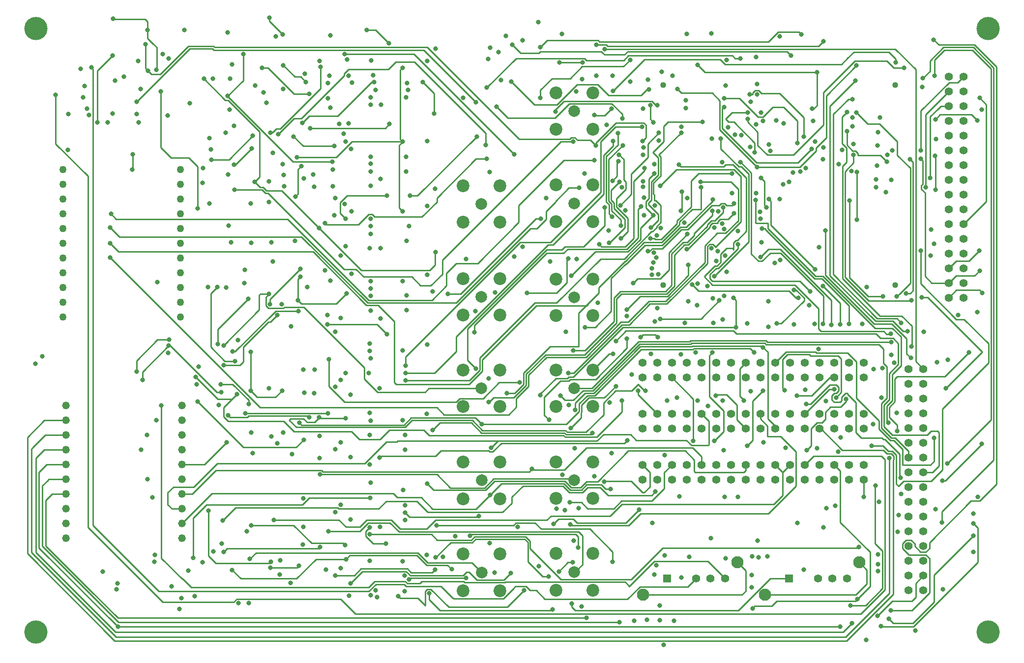
<source format=gbl>
%TF.GenerationSoftware,KiCad,Pcbnew,(6.0.8-1)-1*%
%TF.CreationDate,2022-11-17T19:15:11-05:00*%
%TF.ProjectId,HermEIS,4865726d-4549-4532-9e6b-696361645f70,rev?*%
%TF.SameCoordinates,Original*%
%TF.FileFunction,Copper,L4,Bot*%
%TF.FilePolarity,Positive*%
%FSLAX46Y46*%
G04 Gerber Fmt 4.6, Leading zero omitted, Abs format (unit mm)*
G04 Created by KiCad (PCBNEW (6.0.8-1)-1) date 2022-11-17 19:15:11*
%MOMM*%
%LPD*%
G01*
G04 APERTURE LIST*
%TA.AperFunction,ComponentPad*%
%ADD10C,2.000000*%
%TD*%
%TA.AperFunction,ComponentPad*%
%ADD11C,2.200000*%
%TD*%
%TA.AperFunction,ComponentPad*%
%ADD12C,1.016000*%
%TD*%
%TA.AperFunction,ComponentPad*%
%ADD13C,1.397000*%
%TD*%
%TA.AperFunction,ComponentPad*%
%ADD14C,1.270000*%
%TD*%
%TA.AperFunction,ComponentPad*%
%ADD15C,1.320800*%
%TD*%
%TA.AperFunction,ComponentPad*%
%ADD16R,1.408000X1.408000*%
%TD*%
%TA.AperFunction,ComponentPad*%
%ADD17C,1.408000*%
%TD*%
%TA.AperFunction,ComponentPad*%
%ADD18C,2.100000*%
%TD*%
%TA.AperFunction,ViaPad*%
%ADD19C,0.800000*%
%TD*%
%TA.AperFunction,ViaPad*%
%ADD20C,4.000000*%
%TD*%
%TA.AperFunction,Conductor*%
%ADD21C,0.250000*%
%TD*%
G04 APERTURE END LIST*
D10*
%TO.P,J2,1*%
%TO.N,/CE*%
X107000000Y-57200000D03*
D11*
%TO.P,J2,2*%
%TO.N,GND*%
X103850000Y-60350000D03*
X110150000Y-60350000D03*
X110150000Y-54050000D03*
X103850000Y-54050000D03*
%TD*%
D10*
%TO.P,J7,1*%
%TO.N,/V_ref*%
X107000000Y-73200000D03*
D11*
%TO.P,J7,2*%
%TO.N,GND*%
X103850000Y-76350000D03*
X110150000Y-76350000D03*
X110150000Y-70050000D03*
X103850000Y-70050000D03*
%TD*%
D12*
%TO.P,J19,81*%
%TO.N,N/C*%
X138282000Y-36709750D03*
%TO.P,J19,82*%
X138282000Y-71190250D03*
%TD*%
D13*
%TO.P,J18,A1,A1*%
%TO.N,/C22*%
X190032800Y-73355000D03*
%TO.P,J18,A2,A2*%
%TO.N,/A21*%
X190032800Y-70815000D03*
%TO.P,J18,A3,A3*%
%TO.N,/A20*%
X190032800Y-68275000D03*
%TO.P,J18,A4,A4*%
%TO.N,/J20*%
X190032800Y-65735000D03*
%TO.P,J18,A5,A5*%
%TO.N,/J22*%
X190032800Y-63195000D03*
%TO.P,J18,A6,A6*%
%TO.N,/W20*%
X190032800Y-60655000D03*
%TO.P,J18,A7,A7*%
%TO.N,/T19*%
X190032800Y-58115000D03*
%TO.P,J18,A8,A8*%
%TO.N,/W22*%
X190032800Y-55575000D03*
%TO.P,J18,A9,A9*%
%TO.N,/T20*%
X190032800Y-53035000D03*
%TO.P,J18,A10,A10*%
%TO.N,/U19*%
X190032800Y-50495000D03*
%TO.P,J18,A11,A11*%
%TO.N,/P17*%
X190032800Y-47955000D03*
%TO.P,J18,A12,A12*%
%TO.N,/V20*%
X190032800Y-45415000D03*
%TO.P,J18,A13,A13*%
%TO.N,/N16*%
X190032800Y-42875000D03*
%TO.P,J18,A14,A14*%
%TO.N,/C5*%
X190032800Y-40335000D03*
%TO.P,J18,A15,A15*%
%TO.N,/M17*%
X190032800Y-37795000D03*
%TO.P,J18,A16,A16*%
%TO.N,/A5*%
X190032800Y-35255000D03*
%TO.P,J18,B1,B1*%
%TO.N,/M18*%
X187492800Y-73355000D03*
%TO.P,J18,B2,B2*%
%TO.N,/D14*%
X187492800Y-70815000D03*
%TO.P,J18,B3,B3*%
%TO.N,/P18*%
X187492800Y-68275000D03*
%TO.P,J18,B4,B4*%
%TO.N,/C14*%
X187492800Y-65735000D03*
%TO.P,J18,B5,B5*%
%TO.N,/R19*%
X187492800Y-63195000D03*
%TO.P,J18,B6,B6*%
%TO.N,/E16*%
X187492800Y-60655000D03*
%TO.P,J18,B7,B7*%
%TO.N,/D9*%
X187492800Y-58115000D03*
%TO.P,J18,B8,B8*%
%TO.N,/D17*%
X187492800Y-55575000D03*
%TO.P,J18,B9,B9*%
%TO.N,/C8*%
X187492800Y-53035000D03*
%TO.P,J18,B10,B10*%
%TO.N,/D7*%
X187492800Y-50495000D03*
%TO.P,J18,B11,B11*%
%TO.N,/D10*%
X187492800Y-47955000D03*
%TO.P,J18,B12,B12*%
%TO.N,/D8*%
X187492800Y-45415000D03*
%TO.P,J18,B13,B13*%
%TO.N,/C10*%
X187492800Y-42875000D03*
%TO.P,J18,B14,B14*%
%TO.N,/L17*%
X187492800Y-40335000D03*
%TO.P,J18,B15,B15*%
%TO.N,/D11*%
X187492800Y-37795000D03*
%TO.P,J18,B16,B16*%
%TO.N,/K18*%
X187492800Y-35255000D03*
%TD*%
%TO.P,J17,A1,A1*%
%TO.N,/Vref_o*%
X183112800Y-123745000D03*
%TO.P,J17,A2,A2*%
%TO.N,/chn1*%
X183112800Y-121205000D03*
%TO.P,J17,A3,A3*%
%TO.N,/chn2*%
X183112800Y-118665000D03*
%TO.P,J17,A4,A4*%
%TO.N,/chn3*%
X183112800Y-116125000D03*
%TO.P,J17,A5,A5*%
%TO.N,/chn4*%
X183112800Y-113585000D03*
%TO.P,J17,A6,A6*%
%TO.N,/chn5*%
X183112800Y-111045000D03*
%TO.P,J17,A7,A7*%
%TO.N,/chn6*%
X183112800Y-108505000D03*
%TO.P,J17,A8,A8*%
%TO.N,/chn7*%
X183112800Y-105965000D03*
%TO.P,J17,A9,A9*%
%TO.N,/WE1*%
X183112800Y-103425000D03*
%TO.P,J17,A10,A10*%
%TO.N,/WE2*%
X183112800Y-100885000D03*
%TO.P,J17,A11,A11*%
%TO.N,/WE3*%
X183112800Y-98345000D03*
%TO.P,J17,A12,A12*%
%TO.N,/WE4*%
X183112800Y-95805000D03*
%TO.P,J17,A13,A13*%
%TO.N,/WE5*%
X183112800Y-93265000D03*
%TO.P,J17,A14,A14*%
%TO.N,/WE6*%
X183112800Y-90725000D03*
%TO.P,J17,A15,A15*%
%TO.N,/WE7*%
X183112800Y-88185000D03*
%TO.P,J17,A16,A16*%
%TO.N,/F_EIS_DDS*%
X183112800Y-85645000D03*
%TO.P,J17,B1,B1*%
%TO.N,/CV_S2*%
X180572800Y-123745000D03*
%TO.P,J17,B2,B2*%
%TO.N,/EIS_S3*%
X180572800Y-121205000D03*
%TO.P,J17,B3,B3*%
%TO.N,/SIN_2*%
X180572800Y-118665000D03*
%TO.P,J17,B4,B4*%
%TO.N,/SIN_1*%
X180572800Y-116125000D03*
%TO.P,J17,B5,B5*%
%TO.N,/V_ref*%
X180572800Y-113585000D03*
%TO.P,J17,B6,B6*%
X180572800Y-111045000D03*
%TO.P,J17,B7,B7*%
%TO.N,/CE*%
X180572800Y-108505000D03*
%TO.P,J17,B8,B8*%
X180572800Y-105965000D03*
%TO.P,J17,B9,B9*%
%TO.N,/WE1*%
X180572800Y-103425000D03*
%TO.P,J17,B10,B10*%
%TO.N,/WE2*%
X180572800Y-100885000D03*
%TO.P,J17,B11,B11*%
%TO.N,/WE3*%
X180572800Y-98345000D03*
%TO.P,J17,B12,B12*%
%TO.N,/WE4*%
X180572800Y-95805000D03*
%TO.P,J17,B13,B13*%
%TO.N,/WE5*%
X180572800Y-93265000D03*
%TO.P,J17,B14,B14*%
%TO.N,/WE6*%
X180572800Y-90725000D03*
%TO.P,J17,B15,B15*%
%TO.N,/WE7*%
X180572800Y-88185000D03*
%TO.P,J17,B16,B16*%
%TO.N,/CV_DAC*%
X180572800Y-85645000D03*
%TD*%
D14*
%TO.P,J16,1,1*%
%TO.N,unconnected-(J16-Pad1)*%
X55115700Y-51255000D03*
%TO.P,J16,2,2*%
%TO.N,unconnected-(J16-Pad2)*%
X55115700Y-53795000D03*
%TO.P,J16,3,3*%
%TO.N,unconnected-(J16-Pad3)*%
X55115700Y-56335000D03*
%TO.P,J16,4,4*%
%TO.N,unconnected-(J16-Pad4)*%
X55115700Y-58875000D03*
%TO.P,J16,5,5*%
%TO.N,unconnected-(J16-Pad5)*%
X55115700Y-61415000D03*
%TO.P,J16,6,6*%
%TO.N,unconnected-(J16-Pad6)*%
X55115700Y-63955000D03*
%TO.P,J16,7,7*%
%TO.N,unconnected-(J16-Pad7)*%
X55115700Y-66495000D03*
%TO.P,J16,8,8*%
%TO.N,unconnected-(J16-Pad8)*%
X55115700Y-69035000D03*
%TO.P,J16,9,9*%
%TO.N,unconnected-(J16-Pad9)*%
X55115700Y-71575000D03*
%TO.P,J16,10,10*%
%TO.N,unconnected-(J16-Pad10)*%
X55115700Y-74115000D03*
%TO.P,J16,11,11*%
%TO.N,unconnected-(J16-Pad11)*%
X55115700Y-76655000D03*
%TD*%
D12*
%TO.P,J20,81*%
%TO.N,N/C*%
X178282000Y-36709750D03*
%TO.P,J20,82*%
X178282000Y-71190250D03*
%TD*%
D10*
%TO.P,J6,1*%
%TO.N,/CV_S1*%
X123000000Y-41200000D03*
D11*
%TO.P,J6,2*%
%TO.N,GND*%
X126150000Y-44350000D03*
X126150000Y-38050000D03*
X119850000Y-44350000D03*
X119850000Y-38050000D03*
%TD*%
D13*
%TO.P,J21,A1,A1*%
%TO.N,/A_NCS*%
X134710000Y-95926133D03*
%TO.P,J21,A2,A2*%
%TO.N,/A_SCK*%
X137250000Y-95926133D03*
%TO.P,J21,A3,A3*%
%TO.N,/A_SDI*%
X139790000Y-95926133D03*
%TO.P,J21,A4,A4*%
%TO.N,/A_SDO1*%
X142330000Y-95926133D03*
%TO.P,J21,A5,A5*%
%TO.N,/A_SDO2*%
X144870000Y-95926133D03*
%TO.P,J21,A6,A6*%
%TO.N,/A_SDO3*%
X147410000Y-95926133D03*
%TO.P,J21,A7,A7*%
%TO.N,/A_SDO4*%
X149950000Y-95926133D03*
%TO.P,J21,A8,A8*%
%TO.N,/A_SDO5*%
X152490000Y-95926133D03*
%TO.P,J21,A9,A9*%
%TO.N,/A_SDO6*%
X155030000Y-95926133D03*
%TO.P,J21,A10,A10*%
%TO.N,/A_SDO7*%
X157570000Y-95926133D03*
%TO.P,J21,A11,A11*%
%TO.N,/A_SDO8*%
X160110000Y-95926133D03*
%TO.P,J21,A12,A12*%
%TO.N,/D20*%
X162650000Y-95926133D03*
%TO.P,J21,A13,A13*%
%TO.N,/D_7*%
X165190000Y-95926133D03*
%TO.P,J21,A14,A14*%
%TO.N,/D_6*%
X167730000Y-95926133D03*
%TO.P,J21,A15,A15*%
%TO.N,/D_5*%
X170270000Y-95926133D03*
%TO.P,J21,A16,A16*%
%TO.N,/D_4*%
X172810000Y-95926133D03*
%TO.P,J21,B1,B1*%
%TO.N,/D_3*%
X134710000Y-93386133D03*
%TO.P,J21,B2,B2*%
%TO.N,/D_2*%
X137250000Y-93386133D03*
%TO.P,J21,B3,B3*%
%TO.N,/D_1*%
X139790000Y-93386133D03*
%TO.P,J21,B4,B4*%
%TO.N,/D_0*%
X142330000Y-93386133D03*
%TO.P,J21,B5,B5*%
%TO.N,/FQ_UD*%
X144870000Y-93386133D03*
%TO.P,J21,B6,B6*%
%TO.N,/K20*%
X147410000Y-93386133D03*
%TO.P,J21,B7,B7*%
%TO.N,/FT_NCS*%
X149950000Y-93386133D03*
%TO.P,J21,B8,B8*%
%TO.N,/FT_SCK*%
X152490000Y-93386133D03*
%TO.P,J21,B9,B9*%
%TO.N,/FT_SDI*%
X155030000Y-93386133D03*
%TO.P,J21,B10,B10*%
%TO.N,/FT_SDO*%
X157570000Y-93386133D03*
%TO.P,J21,B11,B11*%
%TO.N,/Rin_scl*%
X160110000Y-93386133D03*
%TO.P,J21,B12,B12*%
%TO.N,/Rin_sda*%
X162650000Y-93386133D03*
%TO.P,J21,B13,B13*%
%TO.N,/P21*%
X165190000Y-93386133D03*
%TO.P,J21,B14,B14*%
%TO.N,/R20*%
X167730000Y-93386133D03*
%TO.P,J21,B15,B15*%
%TO.N,/P22*%
X170270000Y-93386133D03*
%TO.P,J21,B16,B16*%
%TO.N,/DAC1_LDAC*%
X172810000Y-93386133D03*
%TD*%
%TO.P,J22,A1,A1*%
%TO.N,GND*%
X134710000Y-87142800D03*
%TO.P,J22,A2,A2*%
%TO.N,/SQ_1*%
X137250000Y-87142800D03*
%TO.P,J22,A3,A3*%
%TO.N,/SQ_2*%
X139790000Y-87142800D03*
%TO.P,J22,A4,A4*%
%TO.N,unconnected-(J22-PadA4)*%
X142330000Y-87142800D03*
%TO.P,J22,A5,A5*%
%TO.N,/A18*%
X144870000Y-87142800D03*
%TO.P,J22,A6,A6*%
%TO.N,/F_VREF_1*%
X147410000Y-87142800D03*
%TO.P,J22,A7,A7*%
%TO.N,/V_ref*%
X149950000Y-87142800D03*
%TO.P,J22,A8,A8*%
%TO.N,/chn1_r*%
X152490000Y-87142800D03*
%TO.P,J22,A9,A9*%
%TO.N,/chn2_r*%
X155030000Y-87142800D03*
%TO.P,J22,A10,A10*%
%TO.N,/chn3_r*%
X157570000Y-87142800D03*
%TO.P,J22,A11,A11*%
%TO.N,/chn4_r*%
X160110000Y-87142800D03*
%TO.P,J22,A12,A12*%
%TO.N,/chn5_r*%
X162650000Y-87142800D03*
%TO.P,J22,A13,A13*%
%TO.N,/chn6_r*%
X165190000Y-87142800D03*
%TO.P,J22,A14,A14*%
%TO.N,/chn7_r*%
X167730000Y-87142800D03*
%TO.P,J22,A15,A15*%
%TO.N,GND*%
X170270000Y-87142800D03*
%TO.P,J22,A16,A16*%
X172810000Y-87142800D03*
%TO.P,J22,B1,B1*%
%TO.N,/L19*%
X134710000Y-84602800D03*
%TO.P,J22,B2,B2*%
%TO.N,/H21*%
X137250000Y-84602800D03*
%TO.P,J22,B3,B3*%
%TO.N,/K21*%
X139790000Y-84602800D03*
%TO.P,J22,B4,B4*%
%TO.N,/H22*%
X142330000Y-84602800D03*
%TO.P,J22,B5,B5*%
%TO.N,/K22*%
X144870000Y-84602800D03*
%TO.P,J22,B6,B6*%
%TO.N,/F21*%
X147410000Y-84602800D03*
%TO.P,J22,B7,B7*%
%TO.N,/G20*%
X149950000Y-84602800D03*
%TO.P,J22,B8,B8*%
%TO.N,/F22*%
X152490000Y-84602800D03*
%TO.P,J22,B9,B9*%
%TO.N,/G22*%
X155030000Y-84602800D03*
%TO.P,J22,B10,B10*%
%TO.N,/D21*%
X157570000Y-84602800D03*
%TO.P,J22,B11,B11*%
%TO.N,/E20*%
X160110000Y-84602800D03*
%TO.P,J22,B12,B12*%
%TO.N,/D22*%
X162650000Y-84602800D03*
%TO.P,J22,B13,B13*%
%TO.N,/E22*%
X165190000Y-84602800D03*
%TO.P,J22,B14,B14*%
%TO.N,/B21*%
X167730000Y-84602800D03*
%TO.P,J22,B15,B15*%
%TO.N,/C20*%
X170270000Y-84602800D03*
%TO.P,J22,B16,B16*%
%TO.N,/B22*%
X172810000Y-84602800D03*
%TD*%
D10*
%TO.P,J11,1*%
%TO.N,/WE7*%
X123000000Y-120600000D03*
D11*
%TO.P,J11,2*%
%TO.N,GND*%
X126150000Y-117450000D03*
X119850000Y-117450000D03*
X119850000Y-123750000D03*
X126150000Y-123750000D03*
%TD*%
D10*
%TO.P,J5,1*%
%TO.N,/WE6*%
X107010000Y-120680000D03*
D11*
%TO.P,J5,2*%
%TO.N,GND*%
X110160000Y-123830000D03*
X110160000Y-117530000D03*
X103860000Y-123830000D03*
X103860000Y-117530000D03*
%TD*%
D15*
%TO.P,J15,1,1*%
%TO.N,/SIN_2*%
X55407500Y-91955000D03*
%TO.P,J15,2,2*%
%TO.N,/SIN_1*%
X55407500Y-94495000D03*
%TO.P,J15,3,3*%
%TO.N,/SQ_2*%
X55407500Y-97035000D03*
%TO.P,J15,4,4*%
%TO.N,/SQ_1*%
X55407500Y-99575000D03*
%TO.P,J15,5,5*%
%TO.N,GND*%
X55407500Y-102115000D03*
%TO.P,J15,6,6*%
%TO.N,/N22*%
X55407500Y-104655000D03*
%TO.P,J15,7,7*%
%TO.N,/L20*%
X55407500Y-107195000D03*
%TO.P,J15,8,8*%
%TO.N,/FQ_UD*%
X55407500Y-109735000D03*
%TO.P,J15,9,9*%
%TO.N,/K20*%
X55407500Y-112275000D03*
%TO.P,J15,10,10*%
%TO.N,+3.3V*%
X55407500Y-114815000D03*
%TD*%
D10*
%TO.P,J10,1*%
%TO.N,/WE5*%
X123000000Y-104820000D03*
D11*
%TO.P,J10,2*%
%TO.N,GND*%
X119850000Y-107970000D03*
X126150000Y-107970000D03*
X126150000Y-101670000D03*
X119850000Y-101670000D03*
%TD*%
D10*
%TO.P,J1,1*%
%TO.N,/CE*%
X123000000Y-57100000D03*
D11*
%TO.P,J1,2*%
%TO.N,GND*%
X119850000Y-53950000D03*
X119850000Y-60250000D03*
X126150000Y-53950000D03*
X126150000Y-60250000D03*
%TD*%
D10*
%TO.P,J8,1*%
%TO.N,/WE1*%
X123000000Y-73300000D03*
D11*
%TO.P,J8,2*%
%TO.N,GND*%
X126150000Y-70150000D03*
X119850000Y-70150000D03*
X126150000Y-76450000D03*
X119850000Y-76450000D03*
%TD*%
D10*
%TO.P,J4,1*%
%TO.N,/WE4*%
X107010000Y-104840000D03*
D11*
%TO.P,J4,2*%
%TO.N,GND*%
X103860000Y-107990000D03*
X110160000Y-107990000D03*
X103860000Y-101690000D03*
X110160000Y-101690000D03*
%TD*%
D10*
%TO.P,J3,1*%
%TO.N,/WE2*%
X106990000Y-88970000D03*
D11*
%TO.P,J3,2*%
%TO.N,GND*%
X110140000Y-85820000D03*
X103840000Y-92120000D03*
X110140000Y-92120000D03*
X103840000Y-85820000D03*
%TD*%
D13*
%TO.P,J12,A1,A1*%
%TO.N,/JTAG_TCK*%
X134710000Y-104709466D03*
%TO.P,J12,A2,A2*%
%TO.N,/JTAG_TMS*%
X137250000Y-104709466D03*
%TO.P,J12,A3,A3*%
%TO.N,/JTAG_TDO*%
X139790000Y-104709466D03*
%TO.P,J12,A4,A4*%
%TO.N,/JTAG_TDI*%
X142330000Y-104709466D03*
%TO.P,J12,A5,A5*%
%TO.N,unconnected-(J12-PadA5)*%
X144870000Y-104709466D03*
%TO.P,J12,A6,A6*%
%TO.N,/SYS_CLK4*%
X147410000Y-104709466D03*
%TO.P,J12,A7,A7*%
%TO.N,/SYS_CLK5*%
X149950000Y-104709466D03*
%TO.P,J12,A8,A8*%
%TO.N,/USB_SCL*%
X152490000Y-104709466D03*
%TO.P,J12,A9,A9*%
%TO.N,/USB_SDA*%
X155030000Y-104709466D03*
%TO.P,J12,A10,A10*%
%TO.N,/+VCCO1*%
X157570000Y-104709466D03*
%TO.P,J12,A11,A11*%
%TO.N,/+VCCO0*%
X160110000Y-104709466D03*
%TO.P,J12,A12,A12*%
%TO.N,/+1.8V*%
X162650000Y-104709466D03*
%TO.P,J12,A13,A13*%
X165190000Y-104709466D03*
%TO.P,J12,A14,A14*%
%TO.N,/+1.2V*%
X167730000Y-104709466D03*
%TO.P,J12,A15,A15*%
X170270000Y-104709466D03*
%TO.P,J12,A16,A16*%
%TO.N,+5V*%
X172810000Y-104709466D03*
%TO.P,J12,B1,B1*%
%TO.N,/DAC1_NCS*%
X134710000Y-102169466D03*
%TO.P,J12,B2,B2*%
%TO.N,/DAC1_SCK*%
X137250000Y-102169466D03*
%TO.P,J12,B3,B3*%
%TO.N,/DAC1_SDI*%
X139790000Y-102169466D03*
%TO.P,J12,B4,B4*%
%TO.N,/N22*%
X142330000Y-102169466D03*
%TO.P,J12,B5,B5*%
%TO.N,/L20*%
X144870000Y-102169466D03*
%TO.P,J12,B6,B6*%
%TO.N,/F_RST_I*%
X147410000Y-102169466D03*
%TO.P,J12,B7,B7*%
%TO.N,/F_RST_O*%
X149950000Y-102169466D03*
%TO.P,J12,B8,B8*%
%TO.N,+5V*%
X152490000Y-102169466D03*
%TO.P,J12,B9,B9*%
X155030000Y-102169466D03*
%TO.P,J12,B10,B10*%
%TO.N,-3V*%
X157570000Y-102169466D03*
%TO.P,J12,B11,B11*%
X160110000Y-102169466D03*
%TO.P,J12,B12,B12*%
%TO.N,-0v5*%
X162650000Y-102169466D03*
%TO.P,J12,B13,B13*%
%TO.N,nVDD_2*%
X165190000Y-102169466D03*
%TO.P,J12,B14,B14*%
%TO.N,GND*%
X167730000Y-102169466D03*
%TO.P,J12,B15,B15*%
%TO.N,+3.3V*%
X170270000Y-102169466D03*
%TO.P,J12,B16,B16*%
X172810000Y-102169466D03*
%TD*%
D14*
%TO.P,J14,1,1*%
%TO.N,unconnected-(J14-Pad1)*%
X34910000Y-51255000D03*
%TO.P,J14,2,2*%
%TO.N,unconnected-(J14-Pad2)*%
X34910000Y-53795000D03*
%TO.P,J14,3,3*%
%TO.N,GND*%
X34910000Y-56335000D03*
%TO.P,J14,4,4*%
%TO.N,/FT_SCK*%
X34910000Y-58875000D03*
%TO.P,J14,5,5*%
%TO.N,/FT_SDO*%
X34910000Y-61415000D03*
%TO.P,J14,6,6*%
%TO.N,/FT_SDI*%
X34910000Y-63955000D03*
%TO.P,J14,7,7*%
%TO.N,/FT_NCS*%
X34910000Y-66495000D03*
%TO.P,J14,8,8*%
%TO.N,unconnected-(J14-Pad8)*%
X34910000Y-69035000D03*
%TO.P,J14,9,9*%
%TO.N,unconnected-(J14-Pad9)*%
X34910000Y-71575000D03*
%TO.P,J14,10,10*%
%TO.N,unconnected-(J14-Pad10)*%
X34910000Y-74115000D03*
%TO.P,J14,11,11*%
%TO.N,unconnected-(J14-Pad11)*%
X34910000Y-76655000D03*
%TD*%
D16*
%TO.P,S1,1*%
%TO.N,/CV_S1*%
X159950000Y-121750000D03*
D17*
%TO.P,S1,2*%
%TO.N,/CV_ref*%
X164950000Y-121750000D03*
%TO.P,S1,3*%
%TO.N,/CV_S2*%
X167450000Y-121750000D03*
%TO.P,S1,4*%
%TO.N,unconnected-(S1-Pad4)*%
X169950000Y-121750000D03*
D18*
%TO.P,S1,S1,SHIELD*%
%TO.N,Net-(S1-PadS1)*%
X155850000Y-124550000D03*
%TO.P,S1,S2,SHIELD*%
X172050000Y-118950000D03*
%TD*%
D15*
%TO.P,J13,1,1*%
%TO.N,GND*%
X35420000Y-91955000D03*
%TO.P,J13,2,2*%
%TO.N,/D_7*%
X35420000Y-94495000D03*
%TO.P,J13,3,3*%
%TO.N,/D_6*%
X35420000Y-97035000D03*
%TO.P,J13,4,4*%
%TO.N,/D_5*%
X35420000Y-99575000D03*
%TO.P,J13,5,5*%
%TO.N,/D_4*%
X35420000Y-102115000D03*
%TO.P,J13,6,6*%
%TO.N,/D_3*%
X35420000Y-104655000D03*
%TO.P,J13,7,7*%
%TO.N,/D_2*%
X35420000Y-107195000D03*
%TO.P,J13,8,8*%
%TO.N,/D_1*%
X35420000Y-109735000D03*
%TO.P,J13,9,9*%
%TO.N,/D_0*%
X35420000Y-112275000D03*
%TO.P,J13,10,10*%
%TO.N,+3.3V*%
X35420000Y-114815000D03*
%TD*%
D10*
%TO.P,J9,1*%
%TO.N,/WE3*%
X123000000Y-88970000D03*
D11*
%TO.P,J9,2*%
%TO.N,GND*%
X126150000Y-85820000D03*
X126150000Y-92120000D03*
X119850000Y-92120000D03*
X119850000Y-85820000D03*
%TD*%
D16*
%TO.P,S2,1*%
%TO.N,/EIS_S3*%
X138950000Y-121750000D03*
D17*
%TO.P,S2,2*%
%TO.N,/V_dds*%
X143950000Y-121750000D03*
%TO.P,S2,3*%
%TO.N,/SIN_1*%
X146450000Y-121750000D03*
%TO.P,S2,4*%
%TO.N,/SIN_2*%
X148950000Y-121750000D03*
D18*
%TO.P,S2,S1,SHIELD*%
%TO.N,Net-(S2-PadS1)*%
X134850000Y-124550000D03*
%TO.P,S2,S2,SHIELD*%
X151050000Y-118950000D03*
%TD*%
D19*
%TO.N,/CE*%
X114090000Y-64580000D03*
%TO.N,/F_RST_O*%
X144226071Y-70973929D03*
X137403278Y-69302962D03*
%TO.N,/C22*%
X136354500Y-69383710D03*
%TO.N,/DAC1_SDI*%
X141305287Y-58385287D03*
%TO.N,/+VCCO1*%
X136570000Y-59130500D03*
%TO.N,/K20*%
X134850000Y-53310000D03*
D20*
%TO.N,*%
X194270000Y-130955000D03*
X30270000Y-26955000D03*
X194270000Y-26955000D03*
X30270000Y-130955000D03*
D19*
%TO.N,GND*%
X109270000Y-120680000D03*
X67340000Y-112580000D03*
X63130000Y-98245000D03*
X67270000Y-89405000D03*
X81670000Y-47255000D03*
X84130000Y-43295000D03*
X88370000Y-35005000D03*
X135650000Y-35839500D03*
X75360000Y-73795000D03*
X129645000Y-83035000D03*
X129550000Y-35089500D03*
X40819500Y-43205000D03*
X98820000Y-41655000D03*
X96870000Y-36205000D03*
X100340000Y-118010000D03*
X98990000Y-54585000D03*
X70620000Y-119905000D03*
X74632701Y-45592299D03*
X63830000Y-63835000D03*
X61610000Y-81331999D03*
X46870000Y-51255000D03*
X55800000Y-27255000D03*
X76757701Y-36242701D03*
X63480000Y-60935000D03*
X108170000Y-32255000D03*
X67260000Y-82665000D03*
X83520000Y-116005000D03*
X83750000Y-72615000D03*
X72645500Y-89355000D03*
X66830000Y-73575000D03*
X78210000Y-89785000D03*
X75820000Y-69755000D03*
X136628929Y-43136671D03*
X171727652Y-125272652D03*
X128900000Y-61800000D03*
X186480000Y-123635000D03*
X79080000Y-32625000D03*
X68040000Y-36785000D03*
X43470000Y-41605000D03*
X64390000Y-50415000D03*
X98560000Y-72275000D03*
X83620000Y-64525000D03*
X153710000Y-126865000D03*
X46920000Y-48629500D03*
X75520000Y-119575000D03*
X136130000Y-83035000D03*
X67350000Y-63875000D03*
X70775000Y-97280000D03*
X47820000Y-32555000D03*
X136047935Y-40211565D03*
X43470000Y-31655000D03*
X72870000Y-33305000D03*
X67400000Y-47668000D03*
X52970000Y-41955000D03*
X78230000Y-85775000D03*
%TO.N,+5V*%
X162040000Y-27975000D03*
X71070000Y-48405000D03*
X187220000Y-101955000D03*
X144170000Y-33255000D03*
X59070000Y-51055000D03*
X97620000Y-69455000D03*
X151170000Y-107705000D03*
X97570000Y-93405000D03*
X35720000Y-47905000D03*
X117110000Y-30239500D03*
X97620000Y-81455000D03*
X97544500Y-117655000D03*
X97620000Y-32555000D03*
X172820000Y-107675000D03*
X163920000Y-40805000D03*
X97620000Y-46405000D03*
X97620000Y-57555000D03*
X164770000Y-34555000D03*
X109900000Y-31065000D03*
X97620000Y-105405000D03*
X184982701Y-35117701D03*
%TO.N,/chn2*%
X83444500Y-57205000D03*
X81820000Y-79205000D03*
X119230000Y-127070500D03*
X81820000Y-110305000D03*
X81820000Y-121205000D03*
X98970000Y-120255000D03*
X81820000Y-99505000D03*
X97970000Y-124255000D03*
X81820000Y-88755000D03*
X84070000Y-35105000D03*
X83570000Y-46505000D03*
%TO.N,-3V*%
X70820000Y-63815000D03*
X72314560Y-118635038D03*
X78020000Y-52155000D03*
X72870000Y-96555000D03*
X60120000Y-45905000D03*
X72570000Y-74455000D03*
X71070000Y-67155000D03*
X71270000Y-111655000D03*
X70420000Y-88955000D03*
X76570000Y-34755000D03*
%TO.N,/chn3*%
X84520000Y-47755000D03*
X84420000Y-111605000D03*
X112040000Y-120805000D03*
X84420000Y-90105000D03*
X175270000Y-119255000D03*
X136790000Y-121055000D03*
X84570000Y-58505000D03*
X84670000Y-36305000D03*
X84420000Y-100855000D03*
X84570000Y-69255000D03*
X84420000Y-122555000D03*
%TO.N,+3.3V*%
X135850000Y-37470100D03*
X93400000Y-118755000D03*
X47970000Y-43155000D03*
X76320000Y-85755000D03*
X171570000Y-33355000D03*
X59970000Y-110025000D03*
X76280000Y-112845000D03*
X112120000Y-36105000D03*
X67370000Y-96555000D03*
X93390000Y-94515000D03*
X45370000Y-35255000D03*
X93460000Y-106515000D03*
X111150000Y-28235000D03*
X93420000Y-46505000D03*
X72920000Y-52255000D03*
X75820000Y-68405000D03*
X76520000Y-89755000D03*
X76270000Y-107925000D03*
X140735500Y-37385600D03*
X93420000Y-58505000D03*
X93410000Y-82485000D03*
X154470000Y-50855000D03*
X70710000Y-118835000D03*
X93420000Y-33755000D03*
X63250000Y-27685000D03*
X61770000Y-91855000D03*
X38370000Y-38855000D03*
X75170000Y-49205000D03*
X63720000Y-35655000D03*
X192410000Y-75810000D03*
X42620000Y-43155000D03*
X93420000Y-70505000D03*
X70570000Y-74455500D03*
X74831250Y-63603750D03*
%TO.N,/chn1*%
X82720000Y-98305000D03*
X82720000Y-119955000D03*
X82720000Y-109005000D03*
X80970000Y-40605000D03*
X175175497Y-128210497D03*
X80570000Y-36355000D03*
X118520000Y-121418500D03*
X82720000Y-87555000D03*
X82720000Y-66105000D03*
X82720000Y-76855000D03*
X80570000Y-39055000D03*
X83250000Y-45075000D03*
X99120000Y-118105000D03*
%TO.N,-0v5*%
X33670000Y-38455000D03*
%TO.N,nVDD_2*%
X76110000Y-43255000D03*
X51770000Y-37855000D03*
X74120000Y-122515000D03*
X67570000Y-100155000D03*
X48270000Y-37445000D03*
X74370000Y-100355000D03*
X88470000Y-36255000D03*
X65020000Y-80655000D03*
X166420000Y-109655000D03*
X107930000Y-37155000D03*
X136420000Y-112205000D03*
X74170000Y-78305000D03*
X58120000Y-57955000D03*
X151540000Y-32125000D03*
X65170000Y-125979500D03*
X63620000Y-40935000D03*
X108370000Y-115626500D03*
%TO.N,/Vref_o*%
X87570000Y-86305000D03*
X57370000Y-118205000D03*
X69920000Y-39805000D03*
X87820000Y-107855000D03*
X138370000Y-133179500D03*
X87720000Y-64855000D03*
X87770000Y-97055000D03*
X87920000Y-54105000D03*
X87770000Y-118705000D03*
X87920000Y-75555000D03*
X87970000Y-32505000D03*
%TO.N,/WE2*%
X70420000Y-72705000D03*
X66220000Y-68555000D03*
X120600985Y-90249015D03*
X62595500Y-81565000D03*
%TO.N,/chn4*%
X87870000Y-49055000D03*
X87770000Y-102105000D03*
X129600000Y-118870000D03*
X90570000Y-115730500D03*
X88745500Y-123805000D03*
X99220000Y-112555000D03*
X87770000Y-112905000D03*
X87870000Y-59755000D03*
X87920000Y-70505000D03*
X88770000Y-37605000D03*
X87770000Y-81255000D03*
%TO.N,/chn5*%
X87720000Y-82505000D03*
X87770000Y-114155000D03*
X87920000Y-71755000D03*
X84170000Y-124679500D03*
X87920000Y-38855000D03*
X87920000Y-61055000D03*
X87920000Y-50305000D03*
X171970000Y-116329500D03*
X87770000Y-93205000D03*
%TO.N,/chn6*%
X87870000Y-83805000D03*
X87920000Y-40105000D03*
X87920000Y-124655000D03*
X87870000Y-62355000D03*
X87870000Y-105255000D03*
X130120000Y-88655000D03*
X122370000Y-95855000D03*
X175870000Y-90605000D03*
X87870000Y-94555000D03*
X87920000Y-73055000D03*
X162720000Y-89255000D03*
X87870000Y-51605000D03*
%TO.N,/chn7*%
X175470000Y-108555000D03*
X105020000Y-114356500D03*
X123645500Y-116405000D03*
%TO.N,/A_NCS*%
X146570000Y-27879500D03*
X89570000Y-76930000D03*
X89030000Y-124965000D03*
X141420000Y-43950000D03*
X89570000Y-64880000D03*
X89620000Y-52880000D03*
X89470000Y-88930000D03*
X132130000Y-97925000D03*
X89520000Y-112880000D03*
X89670000Y-40155000D03*
X89470000Y-100880000D03*
%TO.N,/A_SDO1*%
X94350000Y-37555000D03*
X131270000Y-42525600D03*
X112599015Y-66269015D03*
X109590000Y-40465000D03*
%TO.N,/A_SCK*%
X94510000Y-61055000D03*
X94070000Y-73005000D03*
X94177701Y-36377299D03*
X114345500Y-123802119D03*
X94020000Y-49055000D03*
X134610000Y-43914500D03*
X93870000Y-97005000D03*
X93740000Y-121245000D03*
X93820000Y-109105000D03*
X126450000Y-104115000D03*
X92650000Y-124780500D03*
X93920000Y-85055000D03*
%TO.N,/WE1*%
X130120000Y-80805000D03*
X72870000Y-37405000D03*
X112620000Y-48705000D03*
X83400000Y-31429500D03*
X80942701Y-28207701D03*
%TO.N,/V_ref*%
X185220000Y-109775000D03*
X114070000Y-29055000D03*
%TO.N,/CV_ref*%
X105900000Y-75700000D03*
X108400000Y-51700000D03*
X123710000Y-109650000D03*
X124250000Y-126570500D03*
%TO.N,/CE*%
X47620000Y-41705000D03*
X189070000Y-76355000D03*
X77520000Y-44155000D03*
X91120000Y-43455000D03*
%TO.N,/A_SDO2*%
X147070000Y-98005000D03*
X130924500Y-57434850D03*
X146920000Y-77740500D03*
X146770000Y-82829500D03*
X137544500Y-44979856D03*
%TO.N,/WE4*%
X107020000Y-95155000D03*
X62090000Y-88255000D03*
X57957701Y-88267299D03*
X66884549Y-91704951D03*
X153950000Y-82785000D03*
X75620000Y-94909500D03*
%TO.N,Net-(R39-Pad2)*%
X77334549Y-38235049D03*
X69170000Y-33755000D03*
%TO.N,/WE6*%
X173260000Y-132355000D03*
X57610000Y-124785000D03*
X67120000Y-118355000D03*
X66590000Y-113605000D03*
%TO.N,/A_SDO4*%
X121500000Y-79205000D03*
X129363030Y-40830600D03*
X134117299Y-109852299D03*
X126470000Y-41895000D03*
X137520000Y-46330000D03*
X123390000Y-66680000D03*
X119370000Y-112305000D03*
%TO.N,/A_SDO6*%
X150370000Y-73405000D03*
X150780000Y-78465000D03*
X153320000Y-89500500D03*
X117156968Y-90136968D03*
%TO.N,/A_SDO8*%
X142770000Y-118005000D03*
X164420000Y-68505000D03*
X156470000Y-56355000D03*
X177120000Y-128685000D03*
X153520000Y-123255000D03*
X191720000Y-114405000D03*
X104360000Y-121665000D03*
X167920000Y-109175000D03*
X183170000Y-79205000D03*
X94526452Y-121901677D03*
X138570000Y-117779500D03*
X164820000Y-99305000D03*
%TO.N,Net-(R11-Pad2)*%
X37970000Y-33955000D03*
X38670000Y-36879500D03*
%TO.N,/SIN_2*%
X175270000Y-120455000D03*
X51870000Y-91955000D03*
%TO.N,/SIN_1*%
X50970000Y-94455000D03*
X175270000Y-117555000D03*
X146470000Y-114755000D03*
%TO.N,/SQ_2*%
X143470000Y-98055000D03*
X49370000Y-97055000D03*
X137670000Y-128955000D03*
%TO.N,/SQ_1*%
X48370000Y-99555000D03*
X137670000Y-126355000D03*
%TO.N,Net-(C37-Pad1)*%
X126780000Y-29795000D03*
X165870000Y-29155000D03*
%TO.N,/D_3*%
X117220000Y-59735000D03*
X136735500Y-50330000D03*
X101240000Y-72725000D03*
X130770000Y-129255000D03*
%TO.N,/D_2*%
X130600000Y-49885600D03*
X131986350Y-76546359D03*
X125070000Y-128530500D03*
X129564500Y-53229600D03*
X133970000Y-89379500D03*
%TO.N,/D_1*%
X128214500Y-57840000D03*
X148428296Y-60582589D03*
X106010000Y-85575000D03*
X133270000Y-129055000D03*
%TO.N,Net-(R28-Pad2)*%
X79080000Y-101005000D03*
X79070000Y-97165000D03*
%TO.N,/D_0*%
X135039015Y-51080985D03*
X145950000Y-92045000D03*
X135470000Y-128855000D03*
X148570000Y-91080500D03*
X152750000Y-77805000D03*
X127250000Y-64185600D03*
%TO.N,/FT_SCK*%
X126410000Y-49705000D03*
X172557299Y-77867701D03*
X43170000Y-58955000D03*
X131155985Y-54361585D03*
X155570000Y-98255000D03*
%TO.N,/FT_SDO*%
X190920000Y-82805000D03*
X178320000Y-32855000D03*
X178570000Y-96330500D03*
X43070000Y-61305000D03*
X123770000Y-54455000D03*
X159370000Y-99255000D03*
X129670000Y-37780500D03*
%TO.N,Net-(SW2-Pad2)*%
X47570000Y-39605000D03*
X106020000Y-39655000D03*
%TO.N,/F_RST_I*%
X136870000Y-77455000D03*
X134990000Y-59130000D03*
%TO.N,/F_RST_O*%
X148830000Y-107645000D03*
X158470000Y-66845000D03*
X182630000Y-65265000D03*
X154570000Y-115215000D03*
X174180000Y-98880500D03*
%TO.N,/FT_SDI*%
X43060000Y-64025000D03*
X121320000Y-110005000D03*
X122320000Y-112455000D03*
X144770079Y-54383792D03*
X111390000Y-89830000D03*
%TO.N,/JTAG_TCK*%
X192470000Y-107655000D03*
X137120048Y-119479500D03*
X142170000Y-39370000D03*
%TO.N,/JTAG_TMS*%
X153570000Y-117955000D03*
X177470000Y-127205000D03*
X142160000Y-40740000D03*
X184870000Y-28905000D03*
X153520000Y-121105000D03*
%TO.N,/JTAG_TDO*%
X148670000Y-99605000D03*
X148520000Y-77079500D03*
X134830000Y-40755600D03*
X144220000Y-91105000D03*
%TO.N,/JTAG_TDI*%
X154720000Y-118055000D03*
X119761515Y-41281515D03*
X137240000Y-40191100D03*
X118100000Y-56200000D03*
X149070000Y-118299500D03*
X141420000Y-121605000D03*
%TO.N,/F_VREF_1*%
X137267701Y-75159500D03*
X130720000Y-53425600D03*
X128934500Y-63885500D03*
%TO.N,/SYS_CLK4*%
X163020000Y-99605000D03*
X139870000Y-35155000D03*
X169757700Y-90792700D03*
%TO.N,/A5*%
X182670000Y-47955000D03*
%TO.N,/D_7*%
X148410000Y-50054500D03*
X158320353Y-56354647D03*
X163449951Y-74679549D03*
%TO.N,/D_6*%
X134826316Y-48741916D03*
X177270000Y-100955000D03*
%TO.N,/D_5*%
X175760000Y-129985000D03*
X170770000Y-129455000D03*
X177457371Y-79605500D03*
X140953099Y-50406901D03*
X191740000Y-112275000D03*
%TO.N,/D_4*%
X66870000Y-125979500D03*
X130649015Y-48724615D03*
X54970000Y-126955000D03*
X132044500Y-80455000D03*
X118624500Y-94430000D03*
X130961131Y-63180000D03*
X102470000Y-114420000D03*
X44382299Y-130042701D03*
X168770000Y-130055000D03*
%TO.N,/B21*%
X155020000Y-66355000D03*
X167270000Y-78055000D03*
X148947609Y-66116397D03*
X161870000Y-51605000D03*
%TO.N,/B22*%
X159990000Y-53375000D03*
X155295047Y-61429952D03*
X147409339Y-67074839D03*
X170270000Y-77879500D03*
%TO.N,/A20*%
X143275337Y-71103357D03*
X152870000Y-41505000D03*
X161544503Y-73410497D03*
X154070000Y-48355000D03*
%TO.N,/A21*%
X149220000Y-68905000D03*
X184970000Y-64105000D03*
X155170000Y-41504500D03*
%TO.N,/FT_NCS*%
X176070000Y-85505000D03*
X144750000Y-53424500D03*
X43000000Y-66465000D03*
%TO.N,/FQ_UD*%
X148596000Y-57820524D03*
X108660000Y-99245000D03*
X108250000Y-91315000D03*
%TO.N,/D8*%
X177570000Y-53055000D03*
%TO.N,/D10*%
X170670000Y-51555000D03*
%TO.N,/C10*%
X177770000Y-47955000D03*
%TO.N,/D14*%
X192780000Y-68710000D03*
X182670000Y-49455000D03*
%TO.N,/C14*%
X180820000Y-49555000D03*
X180120000Y-72605000D03*
%TO.N,/J22*%
X147070000Y-69655000D03*
X148220000Y-45940000D03*
%TO.N,/J20*%
X184470000Y-61605000D03*
X145920000Y-71355000D03*
X165100000Y-64695000D03*
X146660000Y-45939500D03*
%TO.N,/C22*%
X142600000Y-67759500D03*
X142570000Y-73955000D03*
X120395000Y-32855000D03*
X138020000Y-34405000D03*
X124420000Y-32855000D03*
X132050000Y-75385600D03*
%TO.N,/C20*%
X136354500Y-68280000D03*
X165833107Y-71351893D03*
X168770000Y-77955000D03*
X148770000Y-73055000D03*
X162870000Y-51005000D03*
%TO.N,/E22*%
X163590000Y-72255000D03*
X160620000Y-51805000D03*
X174520000Y-85705000D03*
X151120000Y-64205000D03*
X136630000Y-67300000D03*
%TO.N,/E20*%
X157819500Y-77805000D03*
X137130000Y-66430000D03*
X160779951Y-72009549D03*
%TO.N,/G22*%
X156770000Y-48055000D03*
X150495500Y-57096024D03*
X144120000Y-74705000D03*
X135655395Y-65335027D03*
%TO.N,/F22*%
X156524500Y-47005000D03*
X179169500Y-104375000D03*
X154270000Y-55355000D03*
X162948381Y-91691322D03*
X187000000Y-88945000D03*
X152190000Y-91075000D03*
X182820000Y-73315000D03*
%TO.N,/G20*%
X155470000Y-42954000D03*
X136668783Y-65588619D03*
X143870000Y-82829500D03*
X146870000Y-73505000D03*
X155220000Y-63855000D03*
%TO.N,/F21*%
X154930000Y-58575000D03*
X137780000Y-77015000D03*
X141354503Y-83150497D03*
X155160000Y-52705000D03*
X147970000Y-73825000D03*
X156085500Y-57825000D03*
X151152299Y-61837299D03*
X148767701Y-61522701D03*
%TO.N,/K22*%
X154270000Y-43505000D03*
X136076010Y-63182020D03*
X141970000Y-77740500D03*
X150112753Y-51987799D03*
%TO.N,/H22*%
X150620000Y-45255000D03*
X142440000Y-62360000D03*
X133135500Y-70830000D03*
%TO.N,/K21*%
X134420000Y-80179500D03*
X153270000Y-47405000D03*
X142310000Y-65045750D03*
X137320000Y-80179500D03*
X150495500Y-58855000D03*
X137210348Y-62670348D03*
%TO.N,/H21*%
X151732701Y-45392299D03*
X137833999Y-61359848D03*
X147070451Y-61255451D03*
X141895500Y-60455000D03*
%TO.N,/L19*%
X149470000Y-44005000D03*
X136140000Y-61319500D03*
X145050000Y-43090000D03*
%TO.N,/C5*%
X182870000Y-37055000D03*
X164420000Y-46505000D03*
X175257701Y-44842701D03*
X149020000Y-36855000D03*
%TO.N,/+VCCO1*%
X129032299Y-91467299D03*
X136735500Y-51960000D03*
X138520000Y-100505000D03*
X141070000Y-107605000D03*
X122420000Y-69620000D03*
%TO.N,/A_SDI*%
X93915000Y-87600000D03*
X93865000Y-99550000D03*
X126094500Y-96655000D03*
X94065000Y-63600000D03*
X94065000Y-75550000D03*
X98580000Y-96200000D03*
X141396886Y-44909224D03*
X94015000Y-51600000D03*
X93815000Y-111650000D03*
X93710000Y-123915000D03*
X94015000Y-38850000D03*
%TO.N,/L20*%
X115700000Y-102855000D03*
X122800000Y-82489500D03*
X146732747Y-58403247D03*
%TO.N,/N22*%
X131754015Y-58295985D03*
X155450000Y-89379500D03*
X152770000Y-98855000D03*
X156370000Y-78355000D03*
X116890000Y-119610000D03*
X49470000Y-104655000D03*
X156370000Y-73955000D03*
%TO.N,/A_SDO3*%
X130474500Y-45017546D03*
X129455265Y-59442235D03*
%TO.N,/A_SDO5*%
X93940000Y-86345000D03*
X129639015Y-46364615D03*
X147370000Y-90229500D03*
X122070000Y-91875000D03*
X132824500Y-86579500D03*
%TO.N,/A_SDO7*%
X106570000Y-111015500D03*
X155470000Y-81929500D03*
X131300000Y-47105600D03*
X123150000Y-92675000D03*
X130961131Y-60985115D03*
X93820000Y-110355000D03*
%TO.N,/R20*%
X134980000Y-56094500D03*
X123300000Y-37820500D03*
X70430000Y-25170500D03*
X82522299Y-43430500D03*
X44170000Y-123615000D03*
X48590000Y-87499501D03*
X80940000Y-70405000D03*
X53150000Y-81605000D03*
X66160000Y-70815000D03*
X66360000Y-93275000D03*
X80770000Y-35105000D03*
X72760000Y-28049500D03*
X50620000Y-118895000D03*
X62170000Y-89675000D03*
X62595500Y-117175000D03*
X79160000Y-116325000D03*
X80530000Y-93275000D03*
%TO.N,/P21*%
X142435500Y-56240000D03*
X77340000Y-93999500D03*
X63030000Y-71595000D03*
X47572701Y-86082299D03*
X71550000Y-28375000D03*
X77010000Y-71565000D03*
X62280000Y-115745000D03*
X70650000Y-44985000D03*
X50780000Y-117645000D03*
X76250000Y-115865000D03*
X53200000Y-80565000D03*
X67630000Y-45455000D03*
X60470000Y-49585000D03*
X44330000Y-122545000D03*
X79310000Y-33630500D03*
X63320000Y-93615000D03*
%TO.N,/K20*%
X129230000Y-106330000D03*
X113210000Y-112875000D03*
X137744500Y-54120000D03*
X108476701Y-107310000D03*
X121911344Y-86340893D03*
%TO.N,/chn1_r*%
X104370000Y-66705000D03*
X69420000Y-38035000D03*
X109320000Y-72455000D03*
X83875992Y-32308384D03*
X87200000Y-27229500D03*
X108520000Y-30305000D03*
X91040000Y-29530500D03*
X110320000Y-35905000D03*
X103857299Y-38917701D03*
%TO.N,/chn2_r*%
X126790000Y-35089500D03*
X158370000Y-28355000D03*
X59870000Y-71555000D03*
X127007299Y-74267701D03*
X142370000Y-27955000D03*
X51170000Y-70655000D03*
%TO.N,/chn4_r*%
X64860000Y-90025000D03*
X124734500Y-51980000D03*
X140670000Y-90555000D03*
X57780000Y-87065000D03*
X131180000Y-91095000D03*
%TO.N,/chn6_r*%
X62400000Y-111775000D03*
X60830500Y-117105000D03*
X154310000Y-31945000D03*
X136962701Y-106737701D03*
X53580000Y-123065000D03*
X31380000Y-83475000D03*
%TO.N,/+1.2V*%
X170870000Y-39155000D03*
X179270000Y-107155000D03*
X193132299Y-98567299D03*
X179282701Y-77692299D03*
X186370000Y-104855000D03*
%TO.N,/+1.8V*%
X178670000Y-113705000D03*
X186320000Y-112055000D03*
X183020000Y-35555000D03*
X165870000Y-112955000D03*
%TO.N,/SYS_CLK5*%
X169970000Y-41355000D03*
X181020000Y-81779500D03*
X168870000Y-97455000D03*
%TO.N,/USB_SCL*%
X180385500Y-79179500D03*
X191670000Y-110555000D03*
X171370000Y-35955000D03*
%TO.N,/USB_SDA*%
X156220000Y-117954500D03*
X171570000Y-41505000D03*
X191720000Y-117205000D03*
X178520000Y-73180500D03*
X162520000Y-120179500D03*
%TO.N,/W20*%
X192770000Y-38955000D03*
X152820000Y-42555000D03*
X179770000Y-33805000D03*
%TO.N,/T19*%
X170870000Y-42355000D03*
X163870000Y-47755000D03*
X148744500Y-40555000D03*
%TO.N,/W22*%
X175620000Y-42355000D03*
X164070000Y-42955000D03*
%TO.N,/T20*%
X153151620Y-38329500D03*
X170870000Y-43855000D03*
X193170000Y-40955000D03*
X162520000Y-45605000D03*
%TO.N,/U19*%
X185170000Y-42655000D03*
X192370000Y-42855000D03*
X165920000Y-47455000D03*
X153386261Y-39588739D03*
%TO.N,/P17*%
X185270000Y-46055000D03*
X169970000Y-44655000D03*
X161420000Y-46755000D03*
X148770000Y-39055000D03*
X176794500Y-49955000D03*
%TO.N,/V20*%
X154420000Y-36555000D03*
%TO.N,/N16*%
X171070000Y-46855000D03*
X176870000Y-48755000D03*
X154420000Y-38355000D03*
%TO.N,/M17*%
X175170000Y-47155000D03*
%TO.N,/M18*%
X169120000Y-47905000D03*
X193235500Y-72510000D03*
X170344500Y-56655000D03*
X176120000Y-73180500D03*
%TO.N,/P18*%
X192710000Y-65270000D03*
X181045500Y-73805500D03*
X171082299Y-48767299D03*
%TO.N,/R19*%
X165770000Y-49555000D03*
%TO.N,/E16*%
X185070000Y-48955000D03*
X185170000Y-54755000D03*
%TO.N,/D9*%
X168470000Y-50355000D03*
%TO.N,/D17*%
X174970000Y-52955000D03*
%TO.N,/C8*%
X175139027Y-50585973D03*
%TO.N,/+VCCO0*%
X171670000Y-51755000D03*
X178870000Y-110855000D03*
X171620000Y-59955000D03*
X166245500Y-61755000D03*
X161420000Y-112179500D03*
X180920000Y-83755000D03*
%TO.N,/L17*%
X184270000Y-52755000D03*
%TO.N,/D11*%
X183470000Y-54355000D03*
X174970000Y-54355000D03*
%TO.N,/K18*%
X176670000Y-55155000D03*
%TO.N,/A18*%
X159220000Y-89305000D03*
X187320000Y-84055000D03*
X168082351Y-90561736D03*
X184382701Y-66117701D03*
%TO.N,/CV_DAC*%
X67920000Y-53405000D03*
X59170000Y-35655000D03*
X79000000Y-61370500D03*
X99070000Y-65515000D03*
%TO.N,/CV_S2*%
X65970000Y-31429500D03*
X81280000Y-49965000D03*
X56790000Y-39835000D03*
X63290000Y-38635000D03*
X140170000Y-129055000D03*
X56470000Y-120355000D03*
%TO.N,/EIS_S3*%
X120319015Y-120580985D03*
X80170000Y-120255000D03*
X122678267Y-118966336D03*
X72970000Y-54155000D03*
X70420000Y-56855000D03*
%TO.N,Net-(C39-Pad1)*%
X70420000Y-53305000D03*
X81620000Y-59155000D03*
%TO.N,Net-(C39-Pad2)*%
X81770000Y-56205000D03*
X72720000Y-50355000D03*
%TO.N,Net-(C40-Pad1)*%
X67220000Y-57105000D03*
X60170000Y-57105000D03*
X76370000Y-52855000D03*
%TO.N,Net-(C41-Pad1)*%
X74920000Y-55965000D03*
X75930000Y-50705500D03*
%TO.N,/D21*%
X184950000Y-97545000D03*
X158970497Y-53794503D03*
X157790000Y-42815000D03*
X185457701Y-84467299D03*
X146555415Y-64844183D03*
X173330000Y-71535000D03*
%TO.N,/D22*%
X165000000Y-82169500D03*
X159010000Y-43345000D03*
X164345500Y-77885408D03*
X157470000Y-67365000D03*
X147657701Y-65342701D03*
%TO.N,/DAC1_NCS*%
X128100000Y-105100000D03*
X63370000Y-52155000D03*
X124842300Y-78432700D03*
X146794168Y-56494168D03*
%TO.N,/DAC1_SCK*%
X105770000Y-79355000D03*
X58970000Y-118955000D03*
X120970000Y-103855000D03*
X58970000Y-53555000D03*
X134450000Y-57611485D03*
X129430000Y-100190000D03*
%TO.N,/DAC1_SDI*%
X114815500Y-72553763D03*
X121919500Y-66610000D03*
X128570000Y-43580500D03*
X141480000Y-55100000D03*
X113570000Y-87990000D03*
X122200000Y-108620000D03*
X80670000Y-83955000D03*
X108206265Y-87238235D03*
%TO.N,/DAC1_LDAC*%
X160770000Y-77955000D03*
X178070000Y-84555000D03*
X136868280Y-57449578D03*
X64470000Y-54755000D03*
X122770000Y-46455000D03*
%TO.N,Net-(R53-Pad1)*%
X78170000Y-54255000D03*
X60370000Y-47855000D03*
%TO.N,Net-(R53-Pad2)*%
X81360000Y-54135000D03*
X62900000Y-44915000D03*
%TO.N,Net-(R55-Pad2)*%
X81430000Y-51275000D03*
X64370000Y-43740500D03*
%TO.N,/F_EIS_DDS*%
X72030000Y-45235000D03*
X128220000Y-30545000D03*
X107750000Y-47045000D03*
%TO.N,/CV_S1*%
X122510301Y-126028076D03*
X119880000Y-109730000D03*
X118784500Y-67100000D03*
X123020000Y-99305000D03*
%TO.N,/V_dds*%
X39820000Y-33705000D03*
%TO.N,/Rin_scl*%
X126683030Y-47160600D03*
X49130000Y-29695000D03*
X170520000Y-126355000D03*
X174820000Y-105705000D03*
X49520000Y-34255000D03*
X132620000Y-36155000D03*
X134730000Y-46350000D03*
%TO.N,/Rin_sda*%
X167770000Y-89105000D03*
X43510000Y-25330500D03*
X49501487Y-27229500D03*
X177082302Y-94888790D03*
X150135500Y-55370900D03*
X134805932Y-54268490D03*
X154194500Y-56505000D03*
X51020000Y-34130500D03*
%TO.N,/Vref_r*%
X160320000Y-31655000D03*
X64070000Y-33205000D03*
X60720000Y-35605000D03*
X112310000Y-29779500D03*
%TO.N,/P22*%
X174420500Y-95155000D03*
X147760000Y-58495000D03*
X178520000Y-93185000D03*
X177550000Y-83225000D03*
X155080000Y-59765000D03*
%TO.N,/D20*%
X166270000Y-91155000D03*
X165820500Y-77879500D03*
X134870000Y-47505600D03*
X151577701Y-50054500D03*
%TO.N,/Ref_generator/W_in*%
X43870000Y-36005000D03*
X35870000Y-41755000D03*
X52120000Y-31405000D03*
X39070000Y-40755000D03*
%TO.N,/Ref_generator/B_in*%
X53070000Y-32155000D03*
X99080000Y-30475000D03*
X39370000Y-41905000D03*
%TO.N,/WE3*%
X80060000Y-68645000D03*
X80420000Y-77955000D03*
X64077299Y-82622299D03*
X177570000Y-81055000D03*
X90720000Y-79655000D03*
X75450000Y-75705000D03*
%TO.N,/WE5*%
X76370000Y-97855000D03*
X79170000Y-103805000D03*
X122910000Y-115260000D03*
X168384101Y-99914946D03*
X58090000Y-91275000D03*
%TO.N,/WE7*%
X55330000Y-125090500D03*
X72260000Y-121055000D03*
X181750000Y-130745000D03*
X80650000Y-113615000D03*
%TO.N,/chn3_r*%
X71845500Y-76385000D03*
X53060000Y-82845000D03*
X107910000Y-49425000D03*
X62592367Y-84977387D03*
X80040000Y-60535000D03*
X124320000Y-35755000D03*
X80460000Y-76325000D03*
%TO.N,/chn5_r*%
X83580000Y-59755000D03*
X79020000Y-93999500D03*
X106160000Y-45585000D03*
X132580000Y-32395000D03*
X83600000Y-94165000D03*
X58240000Y-85235000D03*
X61500000Y-71535000D03*
X64550000Y-84275000D03*
X135220000Y-89379500D03*
X94710000Y-55775000D03*
X71820000Y-98445000D03*
X90660000Y-55755000D03*
X83570000Y-86315000D03*
X117154500Y-38900000D03*
%TO.N,/chn7_r*%
X149190000Y-32405000D03*
X50342500Y-107747500D03*
X116750000Y-25895000D03*
X64044500Y-120305000D03*
X120850000Y-27955000D03*
X41760000Y-120540000D03*
X138920000Y-91065000D03*
X161300000Y-90225000D03*
X83670000Y-118405000D03*
X30200000Y-84725000D03*
X101850000Y-120155000D03*
%TD*%
D21*
%TO.N,/L20*%
X122800000Y-82489500D02*
X124820500Y-82489500D01*
X138695688Y-72285000D02*
X139750000Y-71230688D01*
X124820500Y-82489500D02*
X129830000Y-77480000D01*
X139750000Y-71230688D02*
X139750000Y-65808604D01*
X129830000Y-77480000D02*
X129829999Y-73351875D01*
X129829999Y-73351875D02*
X130896874Y-72285000D01*
X130896874Y-72285000D02*
X138695688Y-72285000D01*
X139750000Y-65808604D02*
X141728604Y-63830000D01*
X141728604Y-63830000D02*
X142442208Y-63830000D01*
X143608604Y-62663604D02*
X143608604Y-62276396D01*
X142442208Y-63830000D02*
X143608604Y-62663604D01*
X143608604Y-62276396D02*
X146732747Y-59152253D01*
X146732747Y-59152253D02*
X146732747Y-58403247D01*
%TO.N,/FQ_UD*%
X112528565Y-90580000D02*
X114665000Y-88443565D01*
X118035328Y-83174500D02*
X124775500Y-83174500D01*
X147204549Y-60080451D02*
X148596000Y-58689000D01*
X114665000Y-88443565D02*
X114665000Y-86544828D01*
X109035000Y-90580000D02*
X112528565Y-90580000D01*
X131066702Y-72695000D02*
X138865516Y-72695000D01*
X146583750Y-60080451D02*
X147204549Y-60080451D01*
X114665000Y-86544828D02*
X118035328Y-83174500D01*
X124775500Y-83174500D02*
X130240000Y-77710000D01*
X145895451Y-60768750D02*
X146583750Y-60080451D01*
X130240000Y-77710000D02*
X130240000Y-73521702D01*
X108250000Y-91315000D02*
X108300000Y-91315000D01*
X148596000Y-58689000D02*
X148596000Y-57820524D01*
X130240000Y-73521702D02*
X131066702Y-72695000D01*
X108300000Y-91315000D02*
X109035000Y-90580000D01*
X140200000Y-65995000D02*
X141915000Y-64280000D01*
X138865516Y-72695000D02*
X140200000Y-71360516D01*
X140200000Y-71360516D02*
X140200000Y-65995000D01*
X141915000Y-64280000D02*
X142628604Y-64280000D01*
X142628604Y-64280000D02*
X145895451Y-61013153D01*
X145895451Y-61013153D02*
X145895451Y-60768750D01*
%TO.N,/C22*%
X142600000Y-67759500D02*
X142600000Y-69540344D01*
X142600000Y-69540344D02*
X139035344Y-73105000D01*
X139035344Y-73105000D02*
X134330600Y-73105000D01*
X134330600Y-73105000D02*
X132050000Y-75385600D01*
%TO.N,/FT_NCS*%
X151220000Y-54705000D02*
X151220000Y-60095707D01*
X149939500Y-53424500D02*
X151220000Y-54705000D01*
X151220000Y-60095707D02*
X149068006Y-62247701D01*
X124962208Y-83610000D02*
X118179656Y-83610000D01*
X113000000Y-90750001D02*
X113000000Y-92190000D01*
X149068006Y-62247701D02*
X147603332Y-62247701D01*
X68840000Y-92305000D02*
X43000000Y-66465000D01*
X144750000Y-53424500D02*
X149939500Y-53424500D01*
X147603332Y-62247701D02*
X145460415Y-64390618D01*
X138735172Y-73985000D02*
X135839195Y-73985000D01*
X145460415Y-67259757D02*
X138735172Y-73985000D01*
X135839195Y-73985000D02*
X132259195Y-77565000D01*
X145460415Y-64390618D02*
X145460415Y-67259757D01*
X115074828Y-86714828D02*
X115074828Y-88675173D01*
X132259195Y-77565000D02*
X131007208Y-77565000D01*
X113000000Y-92190000D02*
X111685000Y-93505000D01*
X131007208Y-77565000D02*
X124962208Y-83610000D01*
X118179656Y-83610000D02*
X115074828Y-86714828D01*
X115074828Y-88675173D02*
X113000000Y-90750001D01*
X111685000Y-93505000D02*
X100555000Y-93505000D01*
X100555000Y-93505000D02*
X99355000Y-92305000D01*
X99355000Y-92305000D02*
X68840000Y-92305000D01*
%TO.N,/K20*%
X137744500Y-54120000D02*
X137750000Y-54120000D01*
X137750000Y-54120000D02*
X140606701Y-51263299D01*
X140606701Y-51263299D02*
X150488403Y-51263299D01*
X150488403Y-51263299D02*
X151670000Y-52444896D01*
X151670000Y-52444896D02*
X151670000Y-60282103D01*
X151670000Y-60282103D02*
X147240415Y-64711688D01*
X145870415Y-64560446D02*
X145870415Y-67429585D01*
X145870415Y-67429585D02*
X138865000Y-74435000D01*
X147240415Y-64711688D02*
X147240415Y-64560446D01*
X147240415Y-64560446D02*
X146839152Y-64159183D01*
X146839152Y-64159183D02*
X146271678Y-64159183D01*
X146271678Y-64159183D02*
X145870415Y-64560446D01*
X138865000Y-74435000D02*
X136025591Y-74435000D01*
X136025591Y-74435000D02*
X132445591Y-78015000D01*
X132445591Y-78015000D02*
X131193604Y-78015000D01*
X122891367Y-86317237D02*
X121935000Y-86317237D01*
X131193604Y-78015000D02*
X122891367Y-86317237D01*
%TO.N,/A20*%
X143275337Y-71103357D02*
X144420231Y-72248251D01*
X144420231Y-72248251D02*
X159993348Y-72248251D01*
X159993348Y-72248251D02*
X161155594Y-73410497D01*
X161155594Y-73410497D02*
X161544503Y-73410497D01*
%TO.N,/+VCCO1*%
X135810000Y-56250000D02*
X135810000Y-52885500D01*
X136570000Y-59130500D02*
X135300000Y-57860500D01*
X135300000Y-57860500D02*
X135300000Y-56760000D01*
X135300000Y-56760000D02*
X135810000Y-56250000D01*
X135810000Y-52885500D02*
X136735500Y-51960000D01*
X136570000Y-59130500D02*
X134350000Y-61350500D01*
X134350000Y-61350500D02*
X134350000Y-61900990D01*
X134350000Y-61900990D02*
X134369835Y-61920825D01*
X134369835Y-61920825D02*
X134369835Y-63280040D01*
X134369835Y-63280040D02*
X132219875Y-65430000D01*
X132219875Y-65430000D02*
X126610000Y-65430000D01*
X126610000Y-65430000D02*
X122420000Y-69620000D01*
%TO.N,/L19*%
X136140000Y-61319500D02*
X137440000Y-60019500D01*
X137440000Y-60019500D02*
X137440000Y-59020000D01*
X137440000Y-59020000D02*
X135820000Y-57400000D01*
X135820000Y-57400000D02*
X135800000Y-57400000D01*
X135800000Y-57400000D02*
X135710000Y-57310000D01*
X135710000Y-57310000D02*
X135710000Y-57060000D01*
X135710000Y-57060000D02*
X136220000Y-56550000D01*
X136220000Y-56550000D02*
X136220000Y-53444237D01*
X136220000Y-53444237D02*
X137420500Y-52243737D01*
X137420500Y-52243737D02*
X137420500Y-49259237D01*
X137420500Y-49259237D02*
X136490000Y-48328737D01*
X136490000Y-48328737D02*
X138350000Y-46468737D01*
X138350000Y-46468737D02*
X138350000Y-43870000D01*
X138350000Y-43870000D02*
X139165000Y-43055000D01*
X139165000Y-43055000D02*
X145015000Y-43055000D01*
X145015000Y-43055000D02*
X145050000Y-43090000D01*
%TO.N,/A_SDI*%
X137830500Y-52413565D02*
X136630000Y-53614065D01*
X127491934Y-66707000D02*
X119925934Y-74273000D01*
X136630000Y-53614065D02*
X136630000Y-55516107D01*
X119925934Y-74273000D02*
X116147000Y-74273000D01*
X104953737Y-87600000D02*
X93915000Y-87600000D01*
X137830500Y-49089409D02*
X137830500Y-52413565D01*
X137523600Y-48782510D02*
X137830500Y-49089409D01*
X141396886Y-44909224D02*
X137523600Y-48782510D01*
X136630000Y-55516107D02*
X136720000Y-55606107D01*
X116147000Y-74273000D02*
X106695000Y-83725000D01*
X136720000Y-55606107D02*
X136720000Y-56629828D01*
X136720000Y-56629828D02*
X137017267Y-56629828D01*
X137017267Y-56629828D02*
X137850000Y-57462561D01*
X137850000Y-57462561D02*
X137850000Y-60375110D01*
X137850000Y-60375110D02*
X137148999Y-61076111D01*
X131583000Y-66707000D02*
X127491934Y-66707000D01*
X106695000Y-83725000D02*
X106695000Y-85858737D01*
X137148999Y-61076111D02*
X137148999Y-61279238D01*
X137148999Y-61279238D02*
X136423737Y-62004500D01*
X136423737Y-62004500D02*
X136285500Y-62004500D01*
X136285500Y-62004500D02*
X131583000Y-66707000D01*
X106695000Y-85858737D02*
X104953737Y-87600000D01*
%TO.N,/DAC1_SCK*%
X133940000Y-58121485D02*
X133940000Y-62070818D01*
X134450000Y-57611485D02*
X133940000Y-58121485D01*
X133940000Y-62070818D02*
X133959835Y-62090653D01*
X133959835Y-62090653D02*
X133959835Y-63053644D01*
X133959835Y-63053644D02*
X132033479Y-64980000D01*
X132033479Y-64980000D02*
X121820000Y-64980000D01*
X121820000Y-64980000D02*
X121100000Y-65700000D01*
X121100000Y-65700000D02*
X118203393Y-65700000D01*
X118203393Y-65700000D02*
X105770000Y-78133393D01*
X105770000Y-78133393D02*
X105770000Y-79355000D01*
%TO.N,/D_5*%
X140953099Y-50406901D02*
X141325698Y-50779500D01*
X141325698Y-50779500D02*
X148710305Y-50779500D01*
X148710305Y-50779500D02*
X149044805Y-50445000D01*
X149044805Y-50445000D02*
X150306500Y-50445000D01*
X150306500Y-50445000D02*
X152570000Y-52708500D01*
X152570000Y-52708500D02*
X152570000Y-61905000D01*
X152570000Y-61905000D02*
X151030000Y-63445000D01*
X151030000Y-63445000D02*
X150854695Y-63445000D01*
X150854695Y-63445000D02*
X150395000Y-63904695D01*
X150395000Y-63904695D02*
X150395000Y-65057208D01*
X150395000Y-65057208D02*
X150207792Y-64870000D01*
X150207792Y-64870000D02*
X149168701Y-64870000D01*
X149168701Y-64870000D02*
X148222609Y-65816092D01*
X148222609Y-65816092D02*
X148222609Y-67229599D01*
X148222609Y-67229599D02*
X147590406Y-67861802D01*
X147590406Y-67861802D02*
X147201497Y-67861802D01*
X147201497Y-67861802D02*
X145390000Y-69673299D01*
X145390000Y-69673299D02*
X145390000Y-69775000D01*
X145390000Y-69775000D02*
X146790000Y-71175000D01*
X146790000Y-71175000D02*
X160970000Y-71175000D01*
X160970000Y-71175000D02*
X165070000Y-75275000D01*
X165070000Y-75275000D02*
X165070000Y-78755000D01*
X165070000Y-78755000D02*
X165460000Y-79145000D01*
X165460000Y-79145000D02*
X176260000Y-79145000D01*
X176260000Y-79145000D02*
X176740000Y-79625000D01*
X176740000Y-79625000D02*
X177130000Y-79625000D01*
X177130000Y-79625000D02*
X177149500Y-79605500D01*
X177149500Y-79605500D02*
X177457371Y-79605500D01*
%TO.N,/K21*%
X142310000Y-65045750D02*
X142499250Y-65045750D01*
X142499250Y-65045750D02*
X146345451Y-61199549D01*
X146345451Y-61199549D02*
X146345451Y-60955146D01*
X146345451Y-60955146D02*
X146770146Y-60530451D01*
X146770146Y-60530451D02*
X147703296Y-60530451D01*
X147703296Y-60530451D02*
X147703296Y-60282284D01*
X147703296Y-60282284D02*
X148127991Y-59857589D01*
X148127991Y-59857589D02*
X149497411Y-59857589D01*
X149497411Y-59857589D02*
X150495500Y-58859500D01*
X150495500Y-58859500D02*
X150495500Y-58855000D01*
%TO.N,/G22*%
X148295695Y-57095524D02*
X148896305Y-57095524D01*
X147946219Y-57445000D02*
X148295695Y-57095524D01*
X135655395Y-65335027D02*
X135953638Y-65335027D01*
X135953638Y-65335027D02*
X136385046Y-64903619D01*
X141398030Y-61630000D02*
X142481396Y-61630000D01*
X138124411Y-64903619D02*
X141398030Y-61630000D01*
X136385046Y-64903619D02*
X138124411Y-64903619D01*
X142481396Y-61630000D02*
X146666396Y-57445000D01*
X146666396Y-57445000D02*
X147946219Y-57445000D01*
X148896305Y-57095524D02*
X149245781Y-57445000D01*
X149245781Y-57445000D02*
X150146524Y-57445000D01*
X150146524Y-57445000D02*
X150495500Y-57096024D01*
%TO.N,/DAC1_NCS*%
X146794168Y-56494168D02*
X146794168Y-56680832D01*
X131922655Y-67527001D02*
X131832827Y-67527001D01*
X146794168Y-56680832D02*
X142295000Y-61180000D01*
X142295000Y-61180000D02*
X141268202Y-61180000D01*
X141268202Y-61180000D02*
X138128202Y-64320000D01*
X126597300Y-78432700D02*
X124842300Y-78432700D01*
X138128202Y-64320000D02*
X135129656Y-64320000D01*
X135129656Y-64320000D02*
X131922655Y-67527001D01*
X129350000Y-70009828D02*
X129350000Y-75680000D01*
X131832827Y-67527001D02*
X129350000Y-70009828D01*
X129350000Y-75680000D02*
X126597300Y-78432700D01*
%TO.N,/FT_SDI*%
X144770079Y-54383792D02*
X144770079Y-58125093D01*
X144770079Y-58125093D02*
X143256670Y-58125093D01*
X127195000Y-71585000D02*
X127195000Y-72580000D01*
X143256670Y-58125093D02*
X141098375Y-60283388D01*
X141098375Y-60283388D02*
X141098375Y-60769999D01*
X141098375Y-60769999D02*
X138001354Y-63867020D01*
X138001354Y-63867020D02*
X135002808Y-63867020D01*
X135002808Y-63867020D02*
X131752827Y-67117001D01*
X131752827Y-67117001D02*
X131662999Y-67117001D01*
X131662999Y-67117001D02*
X127195000Y-71585000D01*
%TO.N,/K22*%
X143120000Y-53260000D02*
X144392201Y-51987799D01*
X136753283Y-63182020D02*
X136926611Y-63355348D01*
X136926611Y-63355348D02*
X137933198Y-63355348D01*
X137933198Y-63355348D02*
X140688375Y-60600171D01*
X136076010Y-63182020D02*
X136753283Y-63182020D01*
X140688375Y-60600171D02*
X140688375Y-60113560D01*
X140688375Y-60113560D02*
X143086843Y-57715092D01*
X143086843Y-57715092D02*
X143120000Y-57715092D01*
X143120000Y-57715092D02*
X143120000Y-53260000D01*
X144392201Y-51987799D02*
X150112753Y-51987799D01*
%TO.N,/H22*%
X133135500Y-70830000D02*
X133880500Y-70085000D01*
X133880500Y-70085000D02*
X137785000Y-70085000D01*
X139300000Y-68570000D02*
X139300000Y-65562225D01*
X137785000Y-70085000D02*
X139300000Y-68570000D01*
X139300000Y-65562225D02*
X142440000Y-62422225D01*
X142440000Y-62422225D02*
X142440000Y-62360000D01*
%TO.N,/D_0*%
X135039015Y-51080985D02*
X135039015Y-51490985D01*
X135039015Y-51490985D02*
X133220000Y-53310000D01*
X133220000Y-53310000D02*
X133220000Y-63157083D01*
X133220000Y-63157083D02*
X131807083Y-64570000D01*
X131807083Y-64570000D02*
X127634400Y-64570000D01*
X127634400Y-64570000D02*
X127250000Y-64185600D01*
%TO.N,/DAC1_SDI*%
X141305287Y-58385287D02*
X141480000Y-58210574D01*
X141480000Y-58210574D02*
X141480000Y-55100000D01*
%TO.N,/A_SDO2*%
X130924500Y-57434850D02*
X132810000Y-55549350D01*
X132810000Y-55549350D02*
X132810000Y-52016863D01*
X132810000Y-52016863D02*
X135629674Y-49197189D01*
X135629674Y-46894682D02*
X137544500Y-44979856D01*
X135629674Y-49197189D02*
X135629674Y-46894682D01*
%TO.N,/F_VREF_1*%
X130720000Y-53425600D02*
X129290000Y-54855600D01*
X129290000Y-54855600D02*
X129290000Y-56525607D01*
X129290000Y-56525607D02*
X129830000Y-57065607D01*
X129830000Y-57065607D02*
X129830000Y-58000000D01*
X129830000Y-58000000D02*
X131646131Y-59816131D01*
X131646131Y-59816131D02*
X131646131Y-61268852D01*
X131646131Y-61268852D02*
X129029483Y-63885500D01*
X129029483Y-63885500D02*
X128934500Y-63885500D01*
%TO.N,/D_4*%
X130961131Y-63180000D02*
X130970000Y-63180000D01*
X130970000Y-63180000D02*
X132160000Y-61990000D01*
X131840985Y-54645322D02*
X131840985Y-53416585D01*
X132160000Y-59670000D02*
X130240000Y-57750000D01*
X130240000Y-57750000D02*
X130240000Y-56895779D01*
X132160000Y-61990000D02*
X132160000Y-59670000D01*
X130220000Y-56266307D02*
X131840985Y-54645322D01*
X131470000Y-49545600D02*
X130649015Y-48724615D01*
X130220000Y-56875779D02*
X130220000Y-56266307D01*
X131840985Y-53416585D02*
X131470000Y-53045600D01*
X130240000Y-56895779D02*
X130220000Y-56875779D01*
X131470000Y-53045600D02*
X131470000Y-49545600D01*
%TO.N,/A_SDO7*%
X130961131Y-60985115D02*
X130961131Y-59921131D01*
X130961131Y-59921131D02*
X129420000Y-58380000D01*
X129420000Y-58380000D02*
X129420000Y-57235435D01*
X128880000Y-56695435D02*
X128880000Y-49525600D01*
X129420000Y-57235435D02*
X128880000Y-56695435D01*
X128880000Y-49525600D02*
X131300000Y-47105600D01*
%TO.N,/A_SDO3*%
X130474500Y-45017546D02*
X130460000Y-45032046D01*
X130460000Y-47045600D02*
X128470000Y-49035600D01*
X128470000Y-49035600D02*
X128470000Y-56865263D01*
X130460000Y-45032046D02*
X130460000Y-47045600D01*
X128470000Y-56865263D02*
X128930000Y-57325263D01*
X128930000Y-57325263D02*
X128930000Y-58916970D01*
X128930000Y-58916970D02*
X129455265Y-59442235D01*
%TO.N,/D_1*%
X128214500Y-57840000D02*
X128214500Y-60955500D01*
X128214500Y-60955500D02*
X124600000Y-64570000D01*
X124600000Y-64570000D02*
X121330000Y-64570000D01*
X121330000Y-64570000D02*
X120810000Y-65090000D01*
X120810000Y-65090000D02*
X118233565Y-65090000D01*
X118233565Y-65090000D02*
X104570000Y-78753565D01*
X104570000Y-78753565D02*
X104570000Y-84135000D01*
X104570000Y-84135000D02*
X106010000Y-85575000D01*
%TO.N,/J22*%
X151777013Y-50798409D02*
X153020000Y-52041396D01*
X148220000Y-45940000D02*
X148220000Y-47722104D01*
X148220000Y-47722104D02*
X151296305Y-50798409D01*
X151296305Y-50798409D02*
X151777013Y-50798409D01*
X153020000Y-52041396D02*
X153020000Y-63705000D01*
X153020000Y-63705000D02*
X147070000Y-69655000D01*
%TO.N,/Rin_scl*%
X134730000Y-46350000D02*
X135295000Y-45785000D01*
X135295000Y-45785000D02*
X135295000Y-43630763D01*
X134894237Y-43230000D02*
X130155600Y-43230000D01*
X130155600Y-43230000D02*
X126683030Y-46702570D01*
X126683030Y-46702570D02*
X126683030Y-47160600D01*
X135295000Y-43630763D02*
X134894237Y-43230000D01*
%TO.N,/A_SCK*%
X134610000Y-43914500D02*
X130050928Y-43914500D01*
X127535000Y-55205000D02*
X118937000Y-63803000D01*
X130050928Y-43914500D02*
X127535000Y-46430428D01*
X127535000Y-46430428D02*
X127535000Y-55205000D01*
X118937000Y-63803000D02*
X113676828Y-63803000D01*
X113676828Y-63803000D02*
X102839827Y-74640001D01*
X102839827Y-74640001D02*
X102799999Y-74640001D01*
X102799999Y-74640001D02*
X93920000Y-83520000D01*
X93920000Y-83520000D02*
X93920000Y-85055000D01*
%TO.N,GND*%
X136628929Y-43136671D02*
X136070000Y-42577742D01*
X136070000Y-42577742D02*
X136070000Y-40233630D01*
X136070000Y-40233630D02*
X136047935Y-40211565D01*
%TO.N,/D_2*%
X129564500Y-53229600D02*
X130364500Y-52429600D01*
X130364500Y-52429600D02*
X130364500Y-50121100D01*
X130364500Y-50121100D02*
X130600000Y-49885600D01*
%TO.N,/JTAG_TDI*%
X137240000Y-40191100D02*
X136995500Y-40191100D01*
X136995500Y-40191100D02*
X136309400Y-39505000D01*
X136309400Y-39505000D02*
X121190172Y-39505000D01*
X121190172Y-39505000D02*
X119761515Y-40933657D01*
X119761515Y-40933657D02*
X119761515Y-41281515D01*
%TO.N,/A_SDO5*%
X128050000Y-48830100D02*
X128050000Y-55550000D01*
X119347000Y-64253000D02*
X118490737Y-64253000D01*
X128050000Y-55550000D02*
X119347000Y-64253000D01*
X129639015Y-47241085D02*
X128050000Y-48830100D01*
X118490737Y-64253000D02*
X102640000Y-80103737D01*
X98915000Y-86345000D02*
X93940000Y-86345000D01*
X102640000Y-80103737D02*
X102640000Y-82620000D01*
X102640000Y-82620000D02*
X98915000Y-86345000D01*
X129639015Y-46364615D02*
X129639015Y-47241085D01*
%TO.N,/Rin_scl*%
X125758030Y-46235600D02*
X123519337Y-46235600D01*
X97645305Y-30255000D02*
X61106396Y-30255000D01*
X61106396Y-30255000D02*
X60856396Y-30005000D01*
X123519337Y-46235600D02*
X123053737Y-45770000D01*
X126683030Y-47160600D02*
X125758030Y-46235600D01*
X123053737Y-45770000D02*
X122486263Y-45770000D01*
X122211263Y-46045000D02*
X113435305Y-46045000D01*
X122486263Y-45770000D02*
X122211263Y-46045000D01*
X113435305Y-46045000D02*
X97645305Y-30255000D01*
X60856396Y-30005000D02*
X56533604Y-30005000D01*
X56533604Y-30005000D02*
X51683604Y-34855000D01*
X51683604Y-34855000D02*
X50120000Y-34855000D01*
X50120000Y-34855000D02*
X49520000Y-34255000D01*
%TO.N,/A_SDO1*%
X131270000Y-42525600D02*
X131270000Y-41768833D01*
X131270000Y-41768833D02*
X129416167Y-39915000D01*
X111495000Y-42370000D02*
X109590000Y-40465000D01*
X129416167Y-39915000D02*
X122096767Y-39915000D01*
X122096767Y-39915000D02*
X119641767Y-42370000D01*
X119641767Y-42370000D02*
X111495000Y-42370000D01*
%TO.N,/A_SDO4*%
X129363030Y-40830600D02*
X128198630Y-41995000D01*
X128198630Y-41995000D02*
X126570000Y-41995000D01*
X126570000Y-41995000D02*
X126470000Y-41895000D01*
%TO.N,+3.3V*%
X135850000Y-37470100D02*
X135520400Y-37470100D01*
X135520400Y-37470100D02*
X134485500Y-38505000D01*
X134485500Y-38505000D02*
X128875000Y-38505000D01*
X128875000Y-38505000D02*
X127035000Y-36665000D01*
X127035000Y-36665000D02*
X123445000Y-36665000D01*
X123445000Y-36665000D02*
X123445000Y-36670344D01*
X123445000Y-36670344D02*
X120010344Y-40105000D01*
X120010344Y-40105000D02*
X116120000Y-40105000D01*
X116120000Y-40105000D02*
X112120000Y-36105000D01*
X140735500Y-37385600D02*
X141454900Y-38105000D01*
X141454900Y-38105000D02*
X146720000Y-38105000D01*
X146720000Y-38105000D02*
X148020000Y-39405000D01*
X148020000Y-39405000D02*
X148020000Y-44405000D01*
X148020000Y-44405000D02*
X154470000Y-50855000D01*
%TO.N,GND*%
X70620000Y-119905000D02*
X75190000Y-119905000D01*
X74895000Y-35330000D02*
X72870000Y-33305000D01*
X71520500Y-90480000D02*
X72645500Y-89355000D01*
X59260000Y-102115000D02*
X55407500Y-102115000D01*
X74650000Y-112580000D02*
X67340000Y-112580000D01*
X83520000Y-116005000D02*
X83155000Y-115640000D01*
X98820000Y-41655000D02*
X98820000Y-38155000D01*
X98820000Y-38155000D02*
X96870000Y-36205000D01*
X46920000Y-48629500D02*
X46920000Y-51205000D01*
X81950000Y-74415000D02*
X83750000Y-72615000D01*
X83155000Y-115640000D02*
X77710000Y-115640000D01*
X63130000Y-98245000D02*
X59260000Y-102115000D01*
X40819500Y-34305500D02*
X40819500Y-43205000D01*
X76757701Y-36242701D02*
X75845000Y-35330000D01*
X67400000Y-47668000D02*
X64653000Y-50415000D01*
X173888604Y-123111701D02*
X171727652Y-125272652D01*
X154100000Y-126515000D02*
X154060000Y-126515000D01*
X64653000Y-50415000D02*
X64390000Y-50415000D01*
X154060000Y-126515000D02*
X153710000Y-126865000D01*
X75190000Y-119905000D02*
X75520000Y-119575000D01*
X67270000Y-89405000D02*
X68345000Y-90480000D01*
X67270000Y-82675000D02*
X67270000Y-89405000D01*
X128985000Y-83035000D02*
X129645000Y-83035000D01*
X75845000Y-35330000D02*
X74895000Y-35330000D01*
X171370305Y-125630000D02*
X157885000Y-125630000D01*
X75360000Y-73795000D02*
X75370000Y-73785000D01*
X81670000Y-47255000D02*
X76295402Y-47255000D01*
X157000000Y-126515000D02*
X154100000Y-126515000D01*
X168753500Y-112063805D02*
X173888604Y-117198909D01*
X61610000Y-78795000D02*
X66830000Y-73575000D01*
X126200000Y-85820000D02*
X128985000Y-83035000D01*
X75980000Y-74415000D02*
X81950000Y-74415000D01*
X173888604Y-117198909D02*
X173888604Y-123111701D01*
X157885000Y-125630000D02*
X157000000Y-126515000D01*
X68345000Y-90480000D02*
X71520500Y-90480000D01*
X76295402Y-47255000D02*
X74632701Y-45592299D01*
X167730000Y-102169466D02*
X168753500Y-103192966D01*
X75360000Y-73795000D02*
X75980000Y-74415000D01*
X75370000Y-70205000D02*
X75820000Y-69755000D01*
X61610000Y-81331999D02*
X61610000Y-78795000D01*
X46920000Y-51205000D02*
X46870000Y-51255000D01*
X75370000Y-73785000D02*
X75370000Y-70205000D01*
X171727652Y-125272652D02*
X171370305Y-125630000D01*
X168753500Y-103192966D02*
X168753500Y-112063805D01*
X67260000Y-82665000D02*
X67270000Y-82675000D01*
X77710000Y-115640000D02*
X74650000Y-112580000D01*
X43470000Y-31655000D02*
X40819500Y-34305500D01*
%TO.N,+5V*%
X144170000Y-33255000D02*
X145470000Y-34555000D01*
X186720000Y-30705000D02*
X184982701Y-32442299D01*
X163920000Y-40805000D02*
X164220000Y-40805000D01*
X194770000Y-33941396D02*
X191533604Y-30705000D01*
X143620000Y-103305000D02*
X143770000Y-103455000D01*
X118279500Y-29070000D02*
X127080305Y-29070000D01*
X132306396Y-99755000D02*
X142070000Y-99755000D01*
X164770000Y-40255000D02*
X164770000Y-34555000D01*
X109277093Y-104970000D02*
X121332735Y-104970000D01*
X191420000Y-30705000D02*
X186720000Y-30705000D01*
X184982701Y-32442299D02*
X184982701Y-35117701D01*
X145470000Y-34555000D02*
X164770000Y-34555000D01*
X143620000Y-101305000D02*
X143620000Y-103305000D01*
X121332735Y-104970000D02*
X122467735Y-106105000D01*
X172810000Y-107665000D02*
X172810000Y-104709466D01*
X161695000Y-27630000D02*
X162040000Y-27975000D01*
X122467735Y-106105000D02*
X124025000Y-106105000D01*
X97620000Y-105405000D02*
X98750000Y-106535000D01*
X127080305Y-29070000D02*
X127265305Y-29255000D01*
X156444695Y-29255000D02*
X158069695Y-27630000D01*
X117110000Y-30239500D02*
X118279500Y-29070000D01*
X98750000Y-106535000D02*
X107712093Y-106535000D01*
X127011396Y-105050000D02*
X132306396Y-99755000D01*
X107712093Y-106535000D02*
X109277093Y-104970000D01*
X191533604Y-30705000D02*
X191420000Y-30705000D01*
X164220000Y-40805000D02*
X164770000Y-40255000D01*
X142070000Y-99755000D02*
X143620000Y-101305000D01*
X187220000Y-101955000D02*
X194770000Y-94405000D01*
X127265305Y-29255000D02*
X156444695Y-29255000D01*
X158069695Y-27630000D02*
X161695000Y-27630000D01*
X143770000Y-103455000D02*
X152170000Y-103455000D01*
X194770000Y-92705000D02*
X194770000Y-34905000D01*
X124025000Y-106105000D02*
X125080000Y-105050000D01*
X152490000Y-103135000D02*
X152490000Y-102169466D01*
X194770000Y-34905000D02*
X194770000Y-33941396D01*
X172820000Y-107675000D02*
X172810000Y-107665000D01*
X152170000Y-103455000D02*
X152490000Y-103135000D01*
X125080000Y-105050000D02*
X127011396Y-105050000D01*
X194770000Y-94405000D02*
X194770000Y-92705000D01*
%TO.N,/chn2*%
X86255000Y-120070000D02*
X85120000Y-121205000D01*
X94870000Y-120705000D02*
X94235000Y-120070000D01*
X94235000Y-120070000D02*
X86255000Y-120070000D01*
X98520000Y-120705000D02*
X94870000Y-120705000D01*
X99838000Y-127223000D02*
X97970000Y-125355000D01*
X119077500Y-127223000D02*
X99838000Y-127223000D01*
X85120000Y-121205000D02*
X81820000Y-121205000D01*
X97970000Y-125355000D02*
X97970000Y-124255000D01*
X98970000Y-120255000D02*
X98520000Y-120705000D01*
X119230000Y-127070500D02*
X119077500Y-127223000D01*
%TO.N,-3V*%
X82410000Y-111655000D02*
X83640000Y-112885000D01*
X127078934Y-110960000D02*
X129121066Y-110960000D01*
X157360000Y-108925000D02*
X158850000Y-107435000D01*
X86010000Y-112885000D02*
X87210000Y-111685000D01*
X158850000Y-107435000D02*
X158850000Y-103449466D01*
X129121066Y-110960000D02*
X131156066Y-108925000D01*
X118221066Y-111700000D02*
X118966066Y-110955000D01*
X71270000Y-111655000D02*
X82410000Y-111655000D01*
X87210000Y-111685000D02*
X91480000Y-111685000D01*
X91480000Y-111685000D02*
X92970000Y-113175000D01*
X158850000Y-103449466D02*
X158850000Y-103429466D01*
X83640000Y-112885000D02*
X86010000Y-112885000D01*
X131156066Y-108925000D02*
X157360000Y-108925000D01*
X99049695Y-111700000D02*
X118221066Y-111700000D01*
X127073934Y-110955000D02*
X127078934Y-110960000D01*
X97574695Y-113175000D02*
X99049695Y-111700000D01*
X158850000Y-103429466D02*
X160110000Y-102169466D01*
X92970000Y-113175000D02*
X97574695Y-113175000D01*
X158850000Y-103449466D02*
X157570000Y-102169466D01*
X118966066Y-110955000D02*
X127073934Y-110955000D01*
%TO.N,/chn3*%
X84420000Y-122555000D02*
X86455000Y-120520000D01*
X94040305Y-120520000D02*
X94725305Y-121205000D01*
X104863934Y-120610000D02*
X106233934Y-121980000D01*
X103794695Y-121205000D02*
X104389695Y-120610000D01*
X94725305Y-121205000D02*
X103794695Y-121205000D01*
X104389695Y-120610000D02*
X104863934Y-120610000D01*
X110865000Y-121980000D02*
X112040000Y-120805000D01*
X106233934Y-121980000D02*
X110865000Y-121980000D01*
X86455000Y-120520000D02*
X94040305Y-120520000D01*
%TO.N,+3.3V*%
X92820000Y-57905000D02*
X93420000Y-58505000D01*
X59970000Y-117825000D02*
X59970000Y-110025000D01*
X93030000Y-34145000D02*
X93030000Y-46115000D01*
X70465000Y-119080000D02*
X61225000Y-119080000D01*
X93420000Y-46505000D02*
X92820000Y-47105000D01*
X171570000Y-33355000D02*
X166370000Y-38555000D01*
X81970000Y-49205000D02*
X75170000Y-49205000D01*
X75820000Y-68405000D02*
X70570000Y-73655000D01*
X93420000Y-33755000D02*
X93030000Y-34145000D01*
X164595000Y-47580000D02*
X164595000Y-48055305D01*
X70570000Y-73655000D02*
X70570000Y-74455500D01*
X61225000Y-119080000D02*
X59970000Y-117825000D01*
X70710000Y-118835000D02*
X70465000Y-119080000D01*
X166370000Y-38555000D02*
X166370000Y-45805000D01*
X84670000Y-46505000D02*
X81970000Y-49205000D01*
X166370000Y-45805000D02*
X164595000Y-47580000D01*
X161795305Y-50855000D02*
X154470000Y-50855000D01*
X93420000Y-46505000D02*
X84670000Y-46505000D01*
X92820000Y-47105000D02*
X92820000Y-57905000D01*
X93030000Y-46115000D02*
X93420000Y-46505000D01*
X164595000Y-48055305D02*
X161795305Y-50855000D01*
%TO.N,/chn1*%
X105410065Y-115515000D02*
X105983065Y-114942000D01*
X181120000Y-125605000D02*
X181770000Y-124955000D01*
X105983065Y-114942000D02*
X114407172Y-114942000D01*
X114970000Y-115504828D02*
X114970000Y-118830000D01*
X101710000Y-115515000D02*
X105410065Y-115515000D01*
X177780994Y-125605000D02*
X181120000Y-125605000D01*
X114407172Y-114942000D02*
X114970000Y-115504828D01*
X99120000Y-118105000D02*
X101710000Y-115515000D01*
X175175497Y-128210497D02*
X177780994Y-125605000D01*
X181770000Y-122547800D02*
X183112800Y-121205000D01*
X117558500Y-121418500D02*
X118520000Y-121418500D01*
X114970000Y-118830000D02*
X117558500Y-121418500D01*
X181770000Y-124955000D02*
X181770000Y-122547800D01*
%TO.N,-0v5*%
X82719500Y-125254500D02*
X85270000Y-127805000D01*
X85270000Y-127805000D02*
X172320000Y-127805000D01*
X176470000Y-101255000D02*
X175870000Y-100655000D01*
X39220000Y-52430305D02*
X39220000Y-112955000D01*
X64309195Y-125815000D02*
X64869695Y-125254500D01*
X164164466Y-100655000D02*
X162650000Y-102169466D01*
X33670000Y-38455000D02*
X33670000Y-46880305D01*
X33670000Y-46880305D02*
X39220000Y-52430305D01*
X175870000Y-100655000D02*
X164164466Y-100655000D01*
X176470000Y-123655000D02*
X176470000Y-101255000D01*
X39220000Y-112955000D02*
X52080000Y-125815000D01*
X52080000Y-125815000D02*
X64309195Y-125815000D01*
X172320000Y-127805000D02*
X176470000Y-123655000D01*
X64869695Y-125254500D02*
X82719500Y-125254500D01*
%TO.N,nVDD_2*%
X53470000Y-49205000D02*
X53570000Y-49305000D01*
X132279695Y-31670000D02*
X131484695Y-32465000D01*
X150205000Y-31670000D02*
X132279695Y-31670000D01*
X131484695Y-32465000D02*
X125055305Y-32465000D01*
X77330000Y-42035000D02*
X76110000Y-43255000D01*
X56620000Y-49305000D02*
X58120000Y-50805000D01*
X112955000Y-32130000D02*
X107930000Y-37155000D01*
X124720305Y-32130000D02*
X112955000Y-32130000D01*
X125055305Y-32465000D02*
X124720305Y-32130000D01*
X53570000Y-49305000D02*
X56620000Y-49305000D01*
X88050000Y-36255000D02*
X82270000Y-42035000D01*
X151540000Y-32125000D02*
X150660000Y-32125000D01*
X150660000Y-32125000D02*
X150205000Y-31670000D01*
X82270000Y-42035000D02*
X77330000Y-42035000D01*
X51770000Y-47505000D02*
X53470000Y-49205000D01*
X88470000Y-36255000D02*
X88050000Y-36255000D01*
X58120000Y-50805000D02*
X58120000Y-57955000D01*
X51770000Y-37855000D02*
X51770000Y-47505000D01*
%TO.N,/Vref_o*%
X87820000Y-107855000D02*
X77365305Y-107855000D01*
X59642900Y-109055000D02*
X57370000Y-111327900D01*
X77365305Y-107855000D02*
X76165305Y-109055000D01*
X57370000Y-111327900D02*
X57370000Y-118205000D01*
X76165305Y-109055000D02*
X59642900Y-109055000D01*
%TO.N,/WE2*%
X143046403Y-81355000D02*
X143196903Y-81204500D01*
X176795000Y-90705305D02*
X175870000Y-91630305D01*
X68720000Y-72905000D02*
X68920000Y-72705000D01*
X97275000Y-89615000D02*
X97880000Y-89010000D01*
X176795000Y-85204695D02*
X176795000Y-90705305D01*
X68720000Y-75440500D02*
X68720000Y-72905000D01*
X97880000Y-89010000D02*
X106960000Y-89010000D01*
X176240000Y-84649695D02*
X176795000Y-85204695D01*
X106960000Y-89010000D02*
X107000000Y-88970000D01*
X120600985Y-90249015D02*
X121366970Y-91015000D01*
X70269695Y-75180500D02*
X72869805Y-75180500D01*
X177583604Y-97505000D02*
X178285352Y-97505000D01*
X175870000Y-91630305D02*
X175870000Y-95791396D01*
X89129695Y-89615000D02*
X97275000Y-89615000D01*
X69845000Y-73280000D02*
X69845000Y-74755805D01*
X74740000Y-74980000D02*
X76395000Y-74980000D01*
X69845000Y-74755805D02*
X70269695Y-75180500D01*
X180572800Y-99792448D02*
X180572800Y-100885000D01*
X86845000Y-85430000D02*
X86845000Y-87330305D01*
X176240000Y-82195000D02*
X176240000Y-84649695D01*
X175490000Y-81445000D02*
X176240000Y-82195000D01*
X86845000Y-87330305D02*
X89129695Y-89615000D01*
X126173432Y-89385000D02*
X134203432Y-81355000D01*
X124452265Y-89385000D02*
X126173432Y-89385000D01*
X70420000Y-72705000D02*
X69845000Y-73280000D01*
X74725000Y-74995000D02*
X74740000Y-74980000D01*
X122822265Y-91015000D02*
X124452265Y-89385000D01*
X72869805Y-75180500D02*
X73055305Y-74995000D01*
X143196903Y-81204500D02*
X155770305Y-81204500D01*
X76395000Y-74980000D02*
X86845000Y-85430000D01*
X68920000Y-72705000D02*
X70420000Y-72705000D01*
X175870000Y-95791396D02*
X177583604Y-97505000D01*
X62595500Y-81565000D02*
X68720000Y-75440500D01*
X73055305Y-74995000D02*
X74725000Y-74995000D01*
X155770305Y-81204500D02*
X156010805Y-81445000D01*
X178285352Y-97505000D02*
X180572800Y-99792448D01*
X121366970Y-91015000D02*
X122822265Y-91015000D01*
X134203432Y-81355000D02*
X143046403Y-81355000D01*
X156010805Y-81445000D02*
X175490000Y-81445000D01*
%TO.N,/chn4*%
X88320195Y-115730500D02*
X87045000Y-114455305D01*
X117287000Y-113222000D02*
X116215000Y-112150000D01*
X116215000Y-112150000D02*
X112909695Y-112150000D01*
X87045000Y-114455305D02*
X87045000Y-113630000D01*
X90570000Y-115730500D02*
X88320195Y-115730500D01*
X129600000Y-117180000D02*
X125642000Y-113222000D01*
X129600000Y-118870000D02*
X129600000Y-117180000D01*
X125642000Y-113222000D02*
X117287000Y-113222000D01*
X112504695Y-112555000D02*
X99220000Y-112555000D01*
X87045000Y-113630000D02*
X87770000Y-112905000D01*
X112909695Y-112150000D02*
X112504695Y-112555000D01*
%TO.N,/chn5*%
X105240237Y-115105000D02*
X99358934Y-115105000D01*
X171784500Y-116515000D02*
X138215247Y-116515000D01*
X105813237Y-114532000D02*
X105240237Y-115105000D01*
X138215247Y-116515000D02*
X132820247Y-121910000D01*
X114576999Y-114531999D02*
X105813237Y-114532000D01*
X98408934Y-114155000D02*
X87770000Y-114155000D01*
X132820247Y-121910000D02*
X120680000Y-121910000D01*
X120680000Y-121910000D02*
X115380000Y-116610000D01*
X115380000Y-115335000D02*
X114576999Y-114531999D01*
X171970000Y-116329500D02*
X171784500Y-116515000D01*
X99358934Y-115105000D02*
X98408934Y-114155000D01*
X115380000Y-116610000D02*
X115380000Y-115335000D01*
%TO.N,/chn6*%
X124170000Y-93203565D02*
X124245000Y-93128565D01*
X122370000Y-95855000D02*
X124170000Y-94055000D01*
X124170000Y-94055000D02*
X124170000Y-93203565D01*
X124245000Y-91875000D02*
X125505000Y-90615000D01*
X124245000Y-93128565D02*
X124245000Y-91875000D01*
X128160000Y-90615000D02*
X130120000Y-88655000D01*
X125505000Y-90615000D02*
X128160000Y-90615000D01*
%TO.N,/chn7*%
X123645500Y-114565500D02*
X123645500Y-116405000D01*
X123202000Y-114122000D02*
X123645500Y-114565500D01*
X105020000Y-114356500D02*
X105254500Y-114122000D01*
X105254500Y-114122000D02*
X123202000Y-114122000D01*
%TO.N,/A_NCS*%
X131590000Y-98465000D02*
X132130000Y-97925000D01*
X108376263Y-99930000D02*
X108943737Y-99930000D01*
X89470000Y-100880000D02*
X89685000Y-100665000D01*
X89685000Y-100665000D02*
X99090000Y-100665000D01*
X108206263Y-99760000D02*
X108376263Y-99930000D01*
X99995000Y-99760000D02*
X108206263Y-99760000D01*
X110408737Y-98465000D02*
X131590000Y-98465000D01*
X99090000Y-100665000D02*
X99995000Y-99760000D01*
X108943737Y-99930000D02*
X110408737Y-98465000D01*
%TO.N,/A_SCK*%
X92650000Y-124780500D02*
X93004500Y-125135000D01*
X101353737Y-126670000D02*
X111477619Y-126670000D01*
X97285000Y-123971263D02*
X97686263Y-123570000D01*
X96064695Y-125135000D02*
X97285000Y-126355305D01*
X97285000Y-126355305D02*
X97285000Y-123971263D01*
X97686263Y-123570000D02*
X98253737Y-123570000D01*
X93004500Y-125135000D02*
X96064695Y-125135000D01*
X111477619Y-126670000D02*
X114345500Y-123802119D01*
X98253737Y-123570000D02*
X101353737Y-126670000D01*
%TO.N,/WE1*%
X130120000Y-80805000D02*
X131820000Y-79105000D01*
X131820000Y-79105000D02*
X150394695Y-79105000D01*
X178795000Y-81254695D02*
X178795000Y-84855305D01*
X177870305Y-80330000D02*
X178795000Y-81254695D01*
X177269695Y-80330000D02*
X177870305Y-80330000D01*
X83424500Y-31405000D02*
X95320000Y-31405000D01*
X184700000Y-103425000D02*
X183112800Y-103425000D01*
X176320000Y-95605000D02*
X177770500Y-97055500D01*
X177770500Y-97055500D02*
X183729500Y-97055500D01*
X176320000Y-91816701D02*
X176320000Y-95605000D01*
X185520000Y-96315000D02*
X185800000Y-96595000D01*
X150894695Y-79605000D02*
X174980000Y-79605000D01*
X185800000Y-96595000D02*
X185800000Y-102325000D01*
X178795000Y-84855305D02*
X177245000Y-86405305D01*
X175710000Y-80335000D02*
X177264695Y-80335000D01*
X150394695Y-79105000D02*
X150894695Y-79605000D01*
X174980000Y-79605000D02*
X175710000Y-80335000D01*
X177245000Y-90891701D02*
X176320000Y-91816701D01*
X177264695Y-80335000D02*
X177269695Y-80330000D01*
X184470000Y-96315000D02*
X185520000Y-96315000D01*
X185800000Y-102325000D02*
X184700000Y-103425000D01*
X177245000Y-86405305D02*
X177245000Y-90891701D01*
X95320000Y-31405000D02*
X112620000Y-48705000D01*
X183729500Y-97055500D02*
X184470000Y-96315000D01*
X83400000Y-31429500D02*
X83424500Y-31405000D01*
%TO.N,/CE*%
X77520000Y-44155000D02*
X90420000Y-44155000D01*
X90420000Y-44155000D02*
X91120000Y-43455000D01*
%TO.N,/A_SDO2*%
X146770000Y-82829500D02*
X146250305Y-83349195D01*
X148670000Y-92855000D02*
X148670000Y-96105000D01*
X146250305Y-90435305D02*
X148670000Y-92855000D01*
X148670000Y-96405000D02*
X147070000Y-98005000D01*
X148670000Y-96105000D02*
X148670000Y-96405000D01*
X146250305Y-83349195D02*
X146250305Y-90435305D01*
%TO.N,/WE4*%
X134463088Y-82255000D02*
X126513088Y-90205000D01*
X143419195Y-82255000D02*
X134463088Y-82255000D01*
X126513088Y-90205000D02*
X125245000Y-90205000D01*
X153269500Y-82104500D02*
X143569695Y-82104500D01*
X64115305Y-88255000D02*
X62090000Y-88255000D01*
X107020000Y-95155000D02*
X105955000Y-94090000D01*
X66884549Y-91704951D02*
X66884549Y-91024244D01*
X121638737Y-95155000D02*
X107020000Y-95155000D01*
X105955000Y-94090000D02*
X94840305Y-94090000D01*
X94840305Y-94090000D02*
X93650305Y-95280000D01*
X66884549Y-91024244D02*
X64115305Y-88255000D01*
X143569695Y-82104500D02*
X143419195Y-82255000D01*
X75990500Y-95280000D02*
X75620000Y-94909500D01*
X123835000Y-92958737D02*
X121638737Y-95155000D01*
X153950000Y-82785000D02*
X153269500Y-82104500D01*
X123835000Y-91615000D02*
X123835000Y-92958737D01*
X125245000Y-90205000D02*
X123835000Y-91615000D01*
X93650305Y-95280000D02*
X75990500Y-95280000D01*
%TO.N,Net-(R39-Pad2)*%
X70245305Y-33755000D02*
X69170000Y-33755000D01*
X77334549Y-38235049D02*
X74725354Y-38235049D01*
X74725354Y-38235049D02*
X70245305Y-33755000D01*
%TO.N,/WE6*%
X68150000Y-117325000D02*
X96070000Y-117325000D01*
X97750000Y-119005000D02*
X105335000Y-119005000D01*
X67120000Y-118355000D02*
X68150000Y-117325000D01*
X96070000Y-117325000D02*
X97750000Y-119005000D01*
X105335000Y-119005000D02*
X107000000Y-120670000D01*
%TO.N,/A_SDO4*%
X120220000Y-111455000D02*
X119370000Y-112305000D01*
X134117299Y-109852299D02*
X131834598Y-112135000D01*
X122790000Y-111455000D02*
X120220000Y-111455000D01*
X131834598Y-112135000D02*
X123470000Y-112135000D01*
X123470000Y-112135000D02*
X122790000Y-111455000D01*
%TO.N,/A_SDO6*%
X131380000Y-78465000D02*
X150780000Y-78465000D01*
X122830000Y-87015000D02*
X131380000Y-78465000D01*
X121755173Y-87290000D02*
X122030173Y-87015000D01*
X117156968Y-89943032D02*
X119810000Y-87290000D01*
X117156968Y-90136968D02*
X117156968Y-89943032D01*
X122030173Y-87015000D02*
X122830000Y-87015000D01*
X150370000Y-73405000D02*
X150780000Y-73815000D01*
X119810000Y-87290000D02*
X121755173Y-87290000D01*
X150780000Y-73815000D02*
X150780000Y-78465000D01*
%TO.N,/A_SDO8*%
X156470000Y-56355000D02*
X156810000Y-56695000D01*
X177890000Y-129455000D02*
X181320000Y-129455000D01*
X184970000Y-125805000D02*
X184970000Y-121155000D01*
X94526452Y-121901677D02*
X94763129Y-121665000D01*
X181320000Y-129455000D02*
X184970000Y-125805000D01*
X94763129Y-121665000D02*
X104360000Y-121665000D01*
X184970000Y-121155000D02*
X191720000Y-114405000D01*
X156810000Y-60895000D02*
X164420000Y-68505000D01*
X156810000Y-56695000D02*
X156810000Y-60895000D01*
X177120000Y-128685000D02*
X177890000Y-129455000D01*
%TO.N,/SIN_2*%
X94226147Y-122626677D02*
X96338323Y-122626677D01*
X104059695Y-122390000D02*
X111034828Y-122390000D01*
X88623799Y-122265000D02*
X93864470Y-122265000D01*
X55535000Y-121790000D02*
X57025000Y-123280000D01*
X96700000Y-122265000D02*
X103934695Y-122265000D01*
X131735001Y-122320001D02*
X132470000Y-123055000D01*
X93864470Y-122265000D02*
X94226147Y-122626677D01*
X57025000Y-123280000D02*
X87608799Y-123280000D01*
X51870000Y-118255000D02*
X55470000Y-121855000D01*
X103934695Y-122265000D02*
X104059695Y-122390000D01*
X111034828Y-122390000D02*
X111104827Y-122320001D01*
X111104827Y-122320001D02*
X131735001Y-122320001D01*
X132470000Y-123055000D02*
X136770000Y-118755000D01*
X55470000Y-121855000D02*
X55535000Y-121790000D01*
X51870000Y-91955000D02*
X51870000Y-118255000D01*
X136770000Y-118755000D02*
X145955000Y-118755000D01*
X96338323Y-122626677D02*
X96700000Y-122265000D01*
X87608799Y-123280000D02*
X88623799Y-122265000D01*
X145955000Y-118755000D02*
X148950000Y-121750000D01*
%TO.N,/SQ_2*%
X143470000Y-98055000D02*
X143470000Y-90822800D01*
X143470000Y-90822800D02*
X139790000Y-87142800D01*
%TO.N,Net-(C37-Pad1)*%
X165020000Y-30005000D02*
X165870000Y-29155000D01*
X128495305Y-29795000D02*
X128705305Y-30005000D01*
X126780000Y-29795000D02*
X128495305Y-29795000D01*
X128705305Y-30005000D02*
X165020000Y-30005000D01*
%TO.N,/D_3*%
X117220000Y-59735000D02*
X116365000Y-59735000D01*
X35420000Y-104655000D02*
X32470000Y-104655000D01*
X103375000Y-72725000D02*
X101240000Y-72725000D01*
X44470000Y-129255000D02*
X130770000Y-129255000D01*
X31370000Y-116155000D02*
X44470000Y-129255000D01*
X32470000Y-104655000D02*
X32270000Y-104855000D01*
X116365000Y-59735000D02*
X103375000Y-72725000D01*
X32270000Y-104855000D02*
X31370000Y-105755000D01*
X31370000Y-105755000D02*
X31370000Y-116155000D01*
%TO.N,/D_2*%
X133970000Y-89379500D02*
X133970000Y-90106133D01*
X33030000Y-107195000D02*
X32670000Y-107555000D01*
X31970000Y-110355000D02*
X31970000Y-116118604D01*
X44381896Y-128530500D02*
X125070000Y-128530500D01*
X35420000Y-107195000D02*
X33030000Y-107195000D01*
X31970000Y-108255000D02*
X31970000Y-110355000D01*
X133970000Y-90106133D02*
X137250000Y-93386133D01*
X31970000Y-116118604D02*
X39588198Y-123736802D01*
X39588198Y-123736802D02*
X44381896Y-128530500D01*
X32670000Y-107555000D02*
X31970000Y-108255000D01*
%TO.N,/FT_SCK*%
X87558604Y-73780000D02*
X73613604Y-59835000D01*
X113410000Y-60390000D02*
X106340000Y-67460000D01*
X44050000Y-59835000D02*
X43170000Y-58955000D01*
X113410000Y-57480000D02*
X113410000Y-60390000D01*
X100950000Y-69150000D02*
X100950000Y-71300000D01*
X102640000Y-67460000D02*
X100950000Y-69150000D01*
X121185000Y-49705000D02*
X113410000Y-57480000D01*
X73613604Y-59835000D02*
X44050000Y-59835000D01*
X100950000Y-71300000D02*
X98470000Y-73780000D01*
X126410000Y-49705000D02*
X121185000Y-49705000D01*
X98470000Y-73780000D02*
X87558604Y-73780000D01*
X106340000Y-67460000D02*
X102640000Y-67460000D01*
%TO.N,/FT_SDO*%
X178170000Y-87355000D02*
X178170000Y-91291396D01*
X186770000Y-86955000D02*
X178570000Y-86955000D01*
X115460000Y-61440000D02*
X102670000Y-74230000D01*
X44620000Y-62855000D02*
X43070000Y-61305000D01*
X135081000Y-32369500D02*
X136670000Y-32369500D01*
X136670000Y-32369500D02*
X148129195Y-32369500D01*
X87372208Y-74230000D02*
X75997208Y-62855000D01*
X123770000Y-54455000D02*
X122055000Y-54455000D01*
X118100000Y-59823737D02*
X116483737Y-61440000D01*
X178570000Y-86955000D02*
X178170000Y-87355000D01*
X148914695Y-33155000D02*
X169020000Y-33155000D01*
X102670000Y-74230000D02*
X87372208Y-74230000D01*
X118100000Y-58500000D02*
X118100000Y-59823737D01*
X178320000Y-32255000D02*
X178320000Y-32855000D01*
X177220000Y-92241396D02*
X177220000Y-94001183D01*
X122055000Y-54455000D02*
X119710000Y-56800000D01*
X171120000Y-31055000D02*
X177120000Y-31055000D01*
X170070000Y-32105000D02*
X171120000Y-31055000D01*
X177120000Y-31055000D02*
X178320000Y-32255000D01*
X148129195Y-32369500D02*
X148914695Y-33155000D01*
X129670000Y-37780500D02*
X135081000Y-32369500D01*
X177220000Y-94001183D02*
X178570000Y-95351183D01*
X116483737Y-61440000D02*
X115460000Y-61440000D01*
X190920000Y-82805000D02*
X186770000Y-86955000D01*
X119710000Y-56890000D02*
X118100000Y-58500000D01*
X75997208Y-62855000D02*
X44620000Y-62855000D01*
X178570000Y-95351183D02*
X178570000Y-96330500D01*
X178170000Y-91291396D02*
X177220000Y-92241396D01*
X119710000Y-56800000D02*
X119710000Y-56890000D01*
X169020000Y-33155000D02*
X170070000Y-32105000D01*
%TO.N,Net-(SW2-Pad2)*%
X56720000Y-30455000D02*
X60670000Y-30455000D01*
X60670000Y-30455000D02*
X60920000Y-30705000D01*
X47570000Y-39605000D02*
X56720000Y-30455000D01*
X60920000Y-30705000D02*
X97070000Y-30705000D01*
X97070000Y-30705000D02*
X106020000Y-39655000D01*
%TO.N,/F_RST_O*%
X176155500Y-98880500D02*
X177055000Y-99780000D01*
X194320000Y-81264999D02*
X190135001Y-77080000D01*
X178445000Y-105500000D02*
X178805000Y-105860000D01*
X174180000Y-98880500D02*
X176155500Y-98880500D01*
X177756701Y-99780000D02*
X178445000Y-100468299D01*
X179723500Y-104941500D02*
X184413500Y-104941500D01*
X182630000Y-70940305D02*
X182630000Y-65265000D01*
X184413500Y-104941500D02*
X186340000Y-103015000D01*
X188769695Y-77080000D02*
X182630000Y-70940305D01*
X177055000Y-99780000D02*
X177756701Y-99780000D01*
X186340000Y-103015000D02*
X186340000Y-92563299D01*
X190135001Y-77080000D02*
X188769695Y-77080000D01*
X178445000Y-100468299D02*
X178445000Y-105500000D01*
X194320000Y-84583299D02*
X194320000Y-81264999D01*
X186340000Y-92563299D02*
X194320000Y-84583299D01*
X178805000Y-105860000D02*
X179723500Y-104941500D01*
%TO.N,/FT_SDI*%
X161133500Y-105787896D02*
X161133500Y-99868500D01*
X77980812Y-65475000D02*
X87185812Y-74680000D01*
X156270000Y-97255000D02*
X156270000Y-95455000D01*
X156366396Y-110555000D02*
X161133500Y-105787896D01*
X104848565Y-88285000D02*
X107105001Y-86028564D01*
X116467000Y-74723000D02*
X125052000Y-74723000D01*
X112698737Y-89830000D02*
X114255000Y-88273737D01*
X155030000Y-94215000D02*
X155030000Y-93386133D01*
X107105000Y-84085000D02*
X116467000Y-74723000D01*
X134370000Y-110555000D02*
X156366396Y-110555000D01*
X123720000Y-81805000D02*
X123720000Y-76055000D01*
X125052000Y-74723000D02*
X127195000Y-72580000D01*
X122320000Y-112455000D02*
X122450000Y-112585000D01*
X91970000Y-77455000D02*
X91970000Y-87960000D01*
X107105001Y-86028564D02*
X107105000Y-84085000D01*
X87185812Y-74680000D02*
X89195000Y-74680000D01*
X43060000Y-64025000D02*
X44510000Y-65475000D01*
X114255000Y-88273737D02*
X114255000Y-86375000D01*
X122450000Y-112585000D02*
X132340000Y-112585000D01*
X156270000Y-95455000D02*
X155030000Y-94215000D01*
X114255000Y-86375000D02*
X118825000Y-81805000D01*
X118825000Y-81805000D02*
X123720000Y-81805000D01*
X89195000Y-74680000D02*
X91970000Y-77455000D01*
X158520000Y-97255000D02*
X156270000Y-97255000D01*
X161133500Y-99868500D02*
X158520000Y-97255000D01*
X123720000Y-76055000D02*
X127195000Y-72580000D01*
X111390000Y-89830000D02*
X112698737Y-89830000D01*
X44510000Y-65475000D02*
X77980812Y-65475000D01*
X91970000Y-87960000D02*
X92295000Y-88285000D01*
X132340000Y-112585000D02*
X134370000Y-110555000D01*
X92295000Y-88285000D02*
X104848565Y-88285000D01*
%TO.N,/JTAG_TMS*%
X192770305Y-108380000D02*
X191315000Y-108380000D01*
X184136300Y-124168948D02*
X181100248Y-127205000D01*
X179549300Y-115701052D02*
X179549300Y-116548948D01*
X195670000Y-105480305D02*
X192770305Y-108380000D01*
X180996748Y-115101500D02*
X180148852Y-115101500D01*
X184870000Y-28905000D02*
X185770000Y-29805000D01*
X191315000Y-108380000D02*
X184136300Y-115558700D01*
X181100248Y-127205000D02*
X177470000Y-127205000D01*
X181596300Y-116155000D02*
X181596300Y-115701052D01*
X180641852Y-117641500D02*
X183536748Y-117641500D01*
X184136300Y-115558700D02*
X184136300Y-116548948D01*
X181596300Y-115701052D02*
X180996748Y-115101500D01*
X195670000Y-33568604D02*
X195670000Y-105480305D01*
X191906396Y-29805000D02*
X195670000Y-33568604D01*
X185770000Y-29805000D02*
X191906396Y-29805000D01*
X179549300Y-116548948D02*
X180641852Y-117641500D01*
X180148852Y-115101500D02*
X179549300Y-115701052D01*
X182589800Y-117148500D02*
X181596300Y-116155000D01*
X184136300Y-116548948D02*
X183536748Y-117148500D01*
X183536748Y-117641500D02*
X184136300Y-118241052D01*
X183536748Y-117148500D02*
X182589800Y-117148500D01*
X184136300Y-118241052D02*
X184136300Y-124168948D01*
%TO.N,/SYS_CLK4*%
X169757700Y-90792700D02*
X169757700Y-91267300D01*
X164766052Y-94902633D02*
X163770000Y-95898685D01*
X169757700Y-91267300D02*
X168810000Y-92215000D01*
X167100000Y-92215000D02*
X166213500Y-93101500D01*
X166213500Y-93101500D02*
X166213500Y-94306766D01*
X163770000Y-98855000D02*
X163020000Y-99605000D01*
X166213500Y-94306766D02*
X165617633Y-94902633D01*
X163770000Y-95898685D02*
X163770000Y-98855000D01*
X168810000Y-92215000D02*
X167100000Y-92215000D01*
X165617633Y-94902633D02*
X164766052Y-94902633D01*
%TO.N,/A5*%
X187546500Y-36278500D02*
X189009300Y-36278500D01*
X182670000Y-41155000D02*
X187546500Y-36278500D01*
X182670000Y-47955000D02*
X182670000Y-41155000D01*
X189009300Y-36278500D02*
X190032800Y-35255000D01*
%TO.N,/D_7*%
X176845000Y-100230000D02*
X176240000Y-99625000D01*
X28770000Y-117455000D02*
X43770000Y-132455000D01*
X43770000Y-132455000D02*
X169906396Y-132455000D01*
X169906396Y-132455000D02*
X177920000Y-124441396D01*
X177995000Y-100654695D02*
X177570305Y-100230000D01*
X31730000Y-94495000D02*
X28770000Y-97455000D01*
X176240000Y-99625000D02*
X169119460Y-99625000D01*
X28770000Y-97455000D02*
X28770000Y-117455000D01*
X169119460Y-99625000D02*
X165420593Y-95926133D01*
X177995000Y-101255305D02*
X177995000Y-100654695D01*
X165420593Y-95926133D02*
X165190000Y-95926133D01*
X35420000Y-94495000D02*
X31730000Y-94495000D01*
X177920000Y-124441396D02*
X177920000Y-101330305D01*
X177570305Y-100230000D02*
X176845000Y-100230000D01*
X177920000Y-101330305D02*
X177995000Y-101255305D01*
%TO.N,/D_6*%
X177270000Y-124255000D02*
X177270000Y-100955000D01*
X169670000Y-131855000D02*
X171770000Y-129755000D01*
X86570000Y-131855000D02*
X169670000Y-131855000D01*
X31890000Y-97035000D02*
X29770000Y-99155000D01*
X29470000Y-117255000D02*
X44070000Y-131855000D01*
X171770000Y-129755000D02*
X177270000Y-124255000D01*
X29770000Y-99155000D02*
X29470000Y-99455000D01*
X44070000Y-131855000D02*
X86570000Y-131855000D01*
X29470000Y-99455000D02*
X29470000Y-117255000D01*
X35420000Y-97035000D02*
X31890000Y-97035000D01*
%TO.N,/D_5*%
X192445000Y-112980000D02*
X192445000Y-118966396D01*
X30270000Y-117255000D02*
X43970000Y-130955000D01*
X43970000Y-130955000D02*
X169270000Y-130955000D01*
X169270000Y-130955000D02*
X170770000Y-129455000D01*
X35420000Y-99575000D02*
X31650000Y-99575000D01*
X30270000Y-100955000D02*
X30270000Y-117255000D01*
X181416396Y-129995000D02*
X175770000Y-129995000D01*
X175770000Y-129995000D02*
X175760000Y-129985000D01*
X192445000Y-118966396D02*
X181416396Y-129995000D01*
X31650000Y-99575000D02*
X30270000Y-100955000D01*
X191740000Y-112275000D02*
X192445000Y-112980000D01*
%TO.N,/D_4*%
X30770000Y-103455000D02*
X30770000Y-116455000D01*
X32110000Y-102115000D02*
X31770000Y-102455000D01*
X30770000Y-116455000D02*
X44370000Y-130055000D01*
X126646066Y-87425000D02*
X132044500Y-82026566D01*
X120590000Y-87700000D02*
X122030000Y-87700000D01*
X132044500Y-82026566D02*
X132044500Y-80455000D01*
X44370000Y-130055000D02*
X168770000Y-130055000D01*
X122030000Y-87700000D02*
X122305000Y-87425000D01*
X117830000Y-90460000D02*
X120590000Y-87700000D01*
X117830000Y-93635500D02*
X117830000Y-90460000D01*
X118624500Y-94430000D02*
X117830000Y-93635500D01*
X31770000Y-102455000D02*
X30770000Y-103455000D01*
X35420000Y-102115000D02*
X32110000Y-102115000D01*
X122305000Y-87425000D02*
X126646066Y-87425000D01*
%TO.N,/B21*%
X155020000Y-66355000D02*
X156400000Y-64975000D01*
X167270000Y-73835000D02*
X167270000Y-78055000D01*
X158410000Y-64975000D02*
X167270000Y-73835000D01*
X156400000Y-64975000D02*
X158410000Y-64975000D01*
%TO.N,/B22*%
X165609104Y-70103292D02*
X164356591Y-70103292D01*
X170270000Y-77879500D02*
X170270000Y-74764188D01*
X155910000Y-61429952D02*
X155295047Y-61429952D01*
X170270000Y-74764188D02*
X165609104Y-70103292D01*
X164356591Y-70103292D02*
X155910000Y-61656701D01*
X155910000Y-61656701D02*
X155910000Y-61429952D01*
%TO.N,/A20*%
X154070000Y-46705000D02*
X154070000Y-48405000D01*
X150470000Y-43105000D02*
X154070000Y-46705000D01*
X149520000Y-43105000D02*
X150470000Y-43105000D01*
X154070000Y-48405000D02*
X154070000Y-48355000D01*
X150120000Y-41505000D02*
X149020000Y-42605000D01*
X152870000Y-41505000D02*
X150120000Y-41505000D01*
X149020000Y-42605000D02*
X149520000Y-43105000D01*
%TO.N,/FQ_UD*%
X109880000Y-98055000D02*
X126880000Y-98055000D01*
X132680000Y-96925000D02*
X133660000Y-97905000D01*
X55407500Y-109735000D02*
X53690000Y-109735000D01*
X86894695Y-101955000D02*
X90619695Y-98230000D01*
X57470000Y-105955000D02*
X61470000Y-101955000D01*
X92596396Y-98055000D02*
X109880000Y-98055000D01*
X133660000Y-97905000D02*
X142294695Y-97905000D01*
X53690000Y-109735000D02*
X53670000Y-109755000D01*
X142294695Y-97905000D02*
X143169695Y-98780000D01*
X92421396Y-98230000D02*
X92596396Y-98055000D01*
X61470000Y-101955000D02*
X86894695Y-101955000D01*
X146170000Y-94686133D02*
X144870000Y-93386133D01*
X128010000Y-96925000D02*
X132680000Y-96925000D01*
X146045000Y-98780000D02*
X146170000Y-98655000D01*
X53970000Y-105955000D02*
X57470000Y-105955000D01*
X146170000Y-98655000D02*
X146170000Y-94686133D01*
X52970000Y-106955000D02*
X53970000Y-105955000D01*
X109850000Y-98055000D02*
X109880000Y-98055000D01*
X90619695Y-98230000D02*
X92421396Y-98230000D01*
X52970000Y-109055000D02*
X52970000Y-106955000D01*
X143169695Y-98780000D02*
X146045000Y-98780000D01*
X108660000Y-99245000D02*
X109850000Y-98055000D01*
X53670000Y-109755000D02*
X52970000Y-109055000D01*
X126880000Y-98055000D02*
X128010000Y-96925000D01*
%TO.N,/D14*%
X183020000Y-53779695D02*
X182745000Y-54054695D01*
X182745000Y-54655305D02*
X183390000Y-55300305D01*
X183390000Y-69675000D02*
X184530000Y-70815000D01*
X192780000Y-68710000D02*
X191900000Y-69590000D01*
X184530000Y-70815000D02*
X187492800Y-70815000D01*
X191900000Y-69590000D02*
X188717800Y-69590000D01*
X183390000Y-55300305D02*
X183390000Y-69675000D01*
X182670000Y-49455000D02*
X183020000Y-49805000D01*
X188717800Y-69590000D02*
X187492800Y-70815000D01*
X183020000Y-49805000D02*
X183020000Y-53779695D01*
X182745000Y-54054695D02*
X182745000Y-54655305D01*
%TO.N,/C14*%
X180820000Y-49555000D02*
X181320000Y-50055000D01*
X181320000Y-50055000D02*
X181320000Y-72155000D01*
X180870000Y-72605000D02*
X180120000Y-72605000D01*
X181320000Y-72155000D02*
X180870000Y-72605000D01*
%TO.N,/C22*%
X120395000Y-32855000D02*
X124420000Y-32855000D01*
%TO.N,/C20*%
X165833107Y-71358107D02*
X168770000Y-74295000D01*
X165833107Y-71351893D02*
X165833107Y-71358107D01*
X168770000Y-74295000D02*
X168770000Y-77955000D01*
%TO.N,/E22*%
X147776802Y-68311802D02*
X147387893Y-68311802D01*
X161820000Y-70485000D02*
X163590000Y-72255000D01*
X151120000Y-64205000D02*
X151120000Y-64968604D01*
X151120000Y-64968604D02*
X147776802Y-68311802D01*
X146736396Y-70485000D02*
X161820000Y-70485000D01*
X146345000Y-70093604D02*
X146736396Y-70485000D01*
X146345000Y-69354695D02*
X146345000Y-70093604D01*
X147387893Y-68311802D02*
X146345000Y-69354695D01*
%TO.N,/E20*%
X162570000Y-73875000D02*
X158640000Y-77805000D01*
X161168153Y-72009549D02*
X162570000Y-73411396D01*
X158640000Y-77805000D02*
X157819500Y-77805000D01*
X162570000Y-73411396D02*
X162570000Y-73875000D01*
X160779951Y-72009549D02*
X161168153Y-72009549D01*
%TO.N,/F22*%
X183830000Y-73315000D02*
X182820000Y-73315000D01*
X176195508Y-97780500D02*
X176505500Y-97780500D01*
X187000000Y-88945000D02*
X193210000Y-82735000D01*
X162948381Y-91691322D02*
X163683678Y-91691322D01*
X179040000Y-100315000D02*
X179040000Y-103395000D01*
X179040000Y-103395000D02*
X179040000Y-104245500D01*
X168740000Y-91345000D02*
X169032700Y-91052300D01*
X176505500Y-97780500D02*
X179040000Y-100315000D01*
X168075000Y-88380000D02*
X168520000Y-88825000D01*
X171480000Y-91456581D02*
X171480000Y-93005000D01*
X169032700Y-90492300D02*
X169730000Y-89795000D01*
X166995000Y-88380000D02*
X168075000Y-88380000D01*
X168520000Y-89380305D02*
X168070305Y-89830000D01*
X171480000Y-96555000D02*
X172430500Y-97505500D01*
X167340000Y-90975000D02*
X167710000Y-91345000D01*
X167710000Y-91345000D02*
X168740000Y-91345000D01*
X172430500Y-97505500D02*
X175920508Y-97505500D01*
X151466500Y-90341500D02*
X152160000Y-91035000D01*
X175920508Y-97505500D02*
X176195508Y-97780500D01*
X163683678Y-91691322D02*
X164700000Y-90675000D01*
X171480000Y-93005000D02*
X171480000Y-96555000D01*
X168520000Y-88825000D02*
X168520000Y-89015000D01*
X152160000Y-91035000D02*
X152160000Y-91045000D01*
X152490000Y-84602800D02*
X151466500Y-85626300D01*
X179040000Y-104245500D02*
X179169500Y-104375000D01*
X164700000Y-90675000D02*
X166995000Y-88380000D01*
X170050000Y-90026581D02*
X171480000Y-91456581D01*
X168070305Y-89830000D02*
X167765000Y-89830000D01*
X169032700Y-91052300D02*
X169032700Y-90492300D01*
X193210000Y-82735000D02*
X193250000Y-82735000D01*
X169730000Y-89795000D02*
X170050000Y-89795000D01*
X167340000Y-90255000D02*
X167340000Y-90975000D01*
X167765000Y-89830000D02*
X167340000Y-90255000D01*
X193250000Y-82735000D02*
X183830000Y-73315000D01*
X170050000Y-89795000D02*
X170050000Y-90026581D01*
X151466500Y-85626300D02*
X151466500Y-90341500D01*
X168520000Y-89015000D02*
X168520000Y-89380305D01*
X152160000Y-91045000D02*
X152190000Y-91075000D01*
%TO.N,/F21*%
X155740000Y-57479500D02*
X155740000Y-53285000D01*
X155740000Y-53285000D02*
X155160000Y-52705000D01*
X144780000Y-77015000D02*
X137780000Y-77015000D01*
X156085500Y-57825000D02*
X155740000Y-57479500D01*
X147970000Y-73825000D02*
X144780000Y-77015000D01*
%TO.N,/K21*%
X136895500Y-79755000D02*
X134844500Y-79755000D01*
X137320000Y-80179500D02*
X136895500Y-79755000D01*
X134844500Y-79755000D02*
X134420000Y-80179500D01*
%TO.N,/A_SDI*%
X99860000Y-94920000D02*
X105236435Y-94920000D01*
X125799499Y-96950001D02*
X126094500Y-96655000D01*
X121290000Y-96675000D02*
X121565001Y-96950001D01*
X121565001Y-96950001D02*
X125799499Y-96950001D01*
X106991436Y-96675001D02*
X121290000Y-96675000D01*
X98580000Y-96200000D02*
X99860000Y-94920000D01*
X105236435Y-94920000D02*
X106991436Y-96675001D01*
%TO.N,/L20*%
X55407500Y-107195000D02*
X57180000Y-107195000D01*
X79673737Y-103340000D02*
X115215000Y-103340000D01*
X115215000Y-103340000D02*
X115700000Y-102855000D01*
X115900000Y-103055000D02*
X121268737Y-103055000D01*
X125093737Y-99230000D02*
X143345000Y-99230000D01*
X144870000Y-100755000D02*
X144870000Y-102169466D01*
X79453737Y-103120000D02*
X79673737Y-103340000D01*
X143345000Y-99230000D02*
X144870000Y-100755000D01*
X121268737Y-103055000D02*
X125093737Y-99230000D01*
X115700000Y-102855000D02*
X115900000Y-103055000D01*
X57180000Y-107195000D02*
X61255000Y-103120000D01*
X61255000Y-103120000D02*
X79453737Y-103120000D01*
%TO.N,/N22*%
X155450000Y-89379500D02*
X153670000Y-91159500D01*
X153670000Y-91159500D02*
X153670000Y-97955000D01*
X153670000Y-97955000D02*
X152770000Y-98855000D01*
%TO.N,/A_SDO5*%
X149170000Y-90055000D02*
X147720000Y-90055000D01*
X152490000Y-95926133D02*
X150973500Y-94409633D01*
X150973500Y-91858500D02*
X149170000Y-90055000D01*
X150973500Y-94409633D02*
X150973500Y-91858500D01*
X147544500Y-90055000D02*
X147370000Y-90229500D01*
X147720000Y-90055000D02*
X147544500Y-90055000D01*
%TO.N,/A_SDO7*%
X143232799Y-81805000D02*
X134333260Y-81805000D01*
X157570000Y-95505000D02*
X157570000Y-95926133D01*
X94605000Y-111140000D02*
X93820000Y-110355000D01*
X126343260Y-89795000D02*
X124855000Y-89795000D01*
X155470000Y-81929500D02*
X155504500Y-81929500D01*
X156280000Y-82705000D02*
X156280000Y-94215000D01*
X155504500Y-81929500D02*
X156280000Y-82705000D01*
X106570000Y-111015500D02*
X106445500Y-111140000D01*
X143383299Y-81654500D02*
X143232799Y-81805000D01*
X155195000Y-81654500D02*
X143383299Y-81654500D01*
X134333260Y-81805000D02*
X126343260Y-89795000D01*
X155470000Y-81929500D02*
X155195000Y-81654500D01*
X124855000Y-89795000D02*
X123150000Y-91500000D01*
X106445500Y-111140000D02*
X94605000Y-111140000D01*
X123150000Y-91500000D02*
X123150000Y-92675000D01*
X156280000Y-94215000D02*
X157570000Y-95505000D01*
%TO.N,/R20*%
X53150000Y-81605000D02*
X53360000Y-81605000D01*
X48590000Y-86165000D02*
X48590000Y-87499501D01*
X70430000Y-25735000D02*
X70430000Y-25170500D01*
X66360000Y-93275000D02*
X80530000Y-93275000D01*
X61430000Y-89675000D02*
X62170000Y-89675000D01*
X78895000Y-116590000D02*
X63180500Y-116590000D01*
X72744500Y-28049500D02*
X70430000Y-25735000D01*
X53360000Y-81605000D02*
X61430000Y-89675000D01*
X53150000Y-81605000D02*
X48590000Y-86165000D01*
X72760000Y-28049500D02*
X72744500Y-28049500D01*
X79160000Y-116325000D02*
X78895000Y-116590000D01*
X63180500Y-116590000D02*
X62595500Y-117175000D01*
%TO.N,/P21*%
X79310000Y-33630500D02*
X79310000Y-37303909D01*
X63705000Y-94000000D02*
X63320000Y-93615000D01*
X71060000Y-44855000D02*
X70930000Y-44985000D01*
X51190000Y-80575000D02*
X53190000Y-80575000D01*
X67630000Y-45455000D02*
X63500000Y-49585000D01*
X77340000Y-93999500D02*
X77065500Y-93725000D01*
X53190000Y-80575000D02*
X53200000Y-80565000D01*
X77065500Y-93725000D02*
X66935305Y-93725000D01*
X66935305Y-93725000D02*
X66660305Y-94000000D01*
X72349454Y-44264455D02*
X71650545Y-44264455D01*
X70930000Y-44985000D02*
X70650000Y-44985000D01*
X47572701Y-86082299D02*
X47572701Y-84192299D01*
X79310000Y-37303909D02*
X72349454Y-44264455D01*
X71650545Y-44264455D02*
X71060000Y-44855000D01*
X47572701Y-84192299D02*
X51190000Y-80575000D01*
X63500000Y-49585000D02*
X60470000Y-49585000D01*
X66660305Y-94000000D02*
X63705000Y-94000000D01*
%TO.N,/K20*%
X91845000Y-107130000D02*
X92505000Y-107790000D01*
X106016701Y-109770000D02*
X108476701Y-107310000D01*
X96610000Y-107790000D02*
X98590000Y-109770000D01*
X92505000Y-107790000D02*
X96610000Y-107790000D01*
X55407500Y-112275000D02*
X60552500Y-107130000D01*
X128361263Y-106330000D02*
X129230000Y-106330000D01*
X121162907Y-105380000D02*
X122297907Y-106515000D01*
X124194828Y-106515000D02*
X125109828Y-105600000D01*
X98590000Y-109770000D02*
X106016701Y-109770000D01*
X125109828Y-105600000D02*
X127631263Y-105600000D01*
X122297907Y-106515000D02*
X124194828Y-106515000D01*
X110406701Y-105380000D02*
X121162907Y-105380000D01*
X127631263Y-105600000D02*
X128361263Y-106330000D01*
X60552500Y-107130000D02*
X91845000Y-107130000D01*
X108476701Y-107310000D02*
X110406701Y-105380000D01*
%TO.N,/chn1_r*%
X88739000Y-27229500D02*
X91040000Y-29530500D01*
X87200000Y-27229500D02*
X88739000Y-27229500D01*
%TO.N,/chn4_r*%
X84600000Y-96425000D02*
X85955000Y-97780000D01*
X61540000Y-90825000D02*
X64050000Y-90825000D01*
X131180000Y-93051066D02*
X131180000Y-91095000D01*
X74690000Y-96425000D02*
X84600000Y-96425000D01*
X63314695Y-94635000D02*
X72900000Y-94635000D01*
X121120172Y-97085000D02*
X121395173Y-97360001D01*
X57780000Y-87065000D02*
X61540000Y-90825000D01*
X62595000Y-92280000D02*
X62595000Y-93915305D01*
X97974197Y-97085002D02*
X121120172Y-97085000D01*
X64860000Y-90025000D02*
X64850000Y-90025000D01*
X64050000Y-90825000D02*
X62595000Y-92280000D01*
X91103198Y-96201802D02*
X97090997Y-96201802D01*
X85955000Y-97780000D02*
X89525000Y-97780000D01*
X97090997Y-96201802D02*
X97974197Y-97085002D01*
X62595000Y-93915305D02*
X63314695Y-94635000D01*
X64850000Y-90025000D02*
X64050000Y-90825000D01*
X72900000Y-94635000D02*
X74690000Y-96425000D01*
X89525000Y-97780000D02*
X91103198Y-96201802D01*
X121395173Y-97360001D02*
X126871065Y-97360001D01*
X126871065Y-97360001D02*
X131180000Y-93051066D01*
%TO.N,/chn6_r*%
X64657348Y-109517652D02*
X62400000Y-111775000D01*
X114113934Y-105790000D02*
X112188934Y-107715000D01*
X136962701Y-106737701D02*
X136300402Y-107400000D01*
X125230000Y-106090000D02*
X124395000Y-106925000D01*
X95840000Y-108420000D02*
X90585000Y-108420000D01*
X82207348Y-109517652D02*
X64657348Y-109517652D01*
X89260000Y-109745000D02*
X82434696Y-109745000D01*
X82434696Y-109745000D02*
X82207348Y-109517652D01*
X122128079Y-106925000D02*
X120993079Y-105790000D01*
X90585000Y-108420000D02*
X89260000Y-109745000D01*
X110640000Y-110330000D02*
X97750000Y-110330000D01*
X128780000Y-107400000D02*
X127470000Y-106090000D01*
X120993079Y-105790000D02*
X114113934Y-105790000D01*
X136300402Y-107400000D02*
X128780000Y-107400000D01*
X97750000Y-110330000D02*
X95840000Y-108420000D01*
X124395000Y-106925000D02*
X122128079Y-106925000D01*
X112188934Y-107715000D02*
X112188934Y-108781066D01*
X127470000Y-106090000D02*
X125230000Y-106090000D01*
X112188934Y-108781066D02*
X110640000Y-110330000D01*
%TO.N,/+1.2V*%
X186870000Y-104855000D02*
X186370000Y-104855000D01*
X170170000Y-39155000D02*
X170870000Y-39155000D01*
X179282701Y-77692299D02*
X178545402Y-76955000D01*
X193132299Y-98592701D02*
X186870000Y-104855000D01*
X193132299Y-98567299D02*
X193132299Y-98592701D01*
X167570000Y-69368604D02*
X167570000Y-41755000D01*
X167570000Y-41755000D02*
X170170000Y-39155000D01*
X178545402Y-76955000D02*
X175156396Y-76955000D01*
X175156396Y-76955000D02*
X167570000Y-69368604D01*
%TO.N,/+1.8V*%
X191720000Y-30255000D02*
X186520000Y-30255000D01*
X186520000Y-30255000D02*
X184220000Y-32555000D01*
X184220000Y-34355000D02*
X183020000Y-35555000D01*
X195220000Y-101305000D02*
X195220000Y-33755000D01*
X186320000Y-112055000D02*
X186320000Y-110205000D01*
X195220000Y-33755000D02*
X191720000Y-30255000D01*
X186320000Y-110205000D02*
X195220000Y-101305000D01*
X184220000Y-32555000D02*
X184220000Y-34355000D01*
%TO.N,/SYS_CLK5*%
X169070000Y-42255000D02*
X169970000Y-41355000D01*
X175620000Y-76505000D02*
X169170000Y-70055000D01*
X169070000Y-46829695D02*
X169070000Y-42255000D01*
X169170000Y-70055000D02*
X169170000Y-50680305D01*
X181110000Y-81689500D02*
X181110000Y-78225000D01*
X169170000Y-50680305D02*
X169845000Y-50005305D01*
X169845000Y-47604695D02*
X169070000Y-46829695D01*
X169845000Y-50005305D02*
X169845000Y-47604695D01*
X181020000Y-81779500D02*
X181110000Y-81689500D01*
X181110000Y-78225000D02*
X179390000Y-76505000D01*
X179390000Y-76505000D02*
X175620000Y-76505000D01*
%TO.N,/USB_SCL*%
X166970000Y-40355000D02*
X171370000Y-35955000D01*
X174820000Y-77405000D02*
X166970000Y-69555000D01*
X179594500Y-79179500D02*
X177820000Y-77405000D01*
X166970000Y-69555000D02*
X166970000Y-40355000D01*
X180385500Y-79179500D02*
X179594500Y-79179500D01*
X177820000Y-77405000D02*
X174820000Y-77405000D01*
%TO.N,/USB_SDA*%
X180870000Y-51055000D02*
X180870000Y-70829695D01*
X175570000Y-43405000D02*
X178620000Y-46455000D01*
X178620000Y-48805000D02*
X180870000Y-51055000D01*
X179020000Y-72680500D02*
X178520000Y-73180500D01*
X173470000Y-43405000D02*
X175570000Y-43405000D01*
X178620000Y-46455000D02*
X178620000Y-48805000D01*
X180870000Y-70829695D02*
X179020000Y-72679695D01*
X179020000Y-72679695D02*
X179020000Y-72680500D01*
X171570000Y-41505000D02*
X173470000Y-43405000D01*
%TO.N,/W20*%
X165920000Y-37979695D02*
X171294695Y-32605000D01*
X193895000Y-56792800D02*
X190032800Y-60655000D01*
X171294695Y-32605000D02*
X176770000Y-32605000D01*
X156195000Y-48780000D02*
X160745000Y-48780000D01*
X160745000Y-48780000D02*
X165920000Y-43605000D01*
X193895000Y-40080000D02*
X193895000Y-56792800D01*
X176770000Y-32605000D02*
X177970000Y-33805000D01*
X165920000Y-43605000D02*
X165920000Y-37979695D01*
X154570000Y-44830305D02*
X154570000Y-47155000D01*
X152820000Y-42555000D02*
X152820000Y-43080305D01*
X192770000Y-38955000D02*
X193895000Y-40080000D01*
X177970000Y-33805000D02*
X179770000Y-33805000D01*
X154570000Y-47155000D02*
X156195000Y-48780000D01*
X152820000Y-43080305D02*
X154570000Y-44830305D01*
%TO.N,/T19*%
X148470000Y-40829500D02*
X148470000Y-44218604D01*
X148744500Y-40555000D02*
X148470000Y-40829500D01*
X161495000Y-50130000D02*
X163870000Y-47755000D01*
X148470000Y-44218604D02*
X154381396Y-50130000D01*
X154381396Y-50130000D02*
X161495000Y-50130000D01*
%TO.N,/T20*%
X158379195Y-38154195D02*
X162520000Y-42295000D01*
X153151620Y-38329500D02*
X153695000Y-38329500D01*
X153695000Y-38054695D02*
X154119695Y-37630000D01*
X155244500Y-38154195D02*
X158379195Y-38154195D01*
X154720305Y-37630000D02*
X155244500Y-38154195D01*
X162520000Y-42295000D02*
X162520000Y-45605000D01*
X154119695Y-37630000D02*
X154720305Y-37630000D01*
X153695000Y-38329500D02*
X153695000Y-38054695D01*
%TO.N,/U19*%
X185973500Y-41851500D02*
X185170000Y-42655000D01*
X192370000Y-42855000D02*
X191366500Y-41851500D01*
X191366500Y-41851500D02*
X185973500Y-41851500D01*
%TO.N,/P17*%
X171382604Y-48042299D02*
X171807299Y-48466994D01*
X154619805Y-42229500D02*
X151445305Y-39055000D01*
X170919001Y-48042299D02*
X171382604Y-48042299D01*
X169970000Y-44655000D02*
X169970000Y-47093298D01*
X151445305Y-39055000D02*
X148770000Y-39055000D01*
X159050000Y-40565000D02*
X157134805Y-40565000D01*
X157134805Y-40565000D02*
X155470305Y-42229500D01*
X169970000Y-47093298D02*
X170919001Y-48042299D01*
X175694500Y-48855000D02*
X176794500Y-49955000D01*
X161420000Y-42935000D02*
X159050000Y-40565000D01*
X161420000Y-46755000D02*
X161420000Y-42935000D01*
X155470305Y-42229500D02*
X154619805Y-42229500D01*
X171807299Y-48855000D02*
X175694500Y-48855000D01*
X171807299Y-48466994D02*
X171807299Y-48855000D01*
%TO.N,/M18*%
X192785500Y-72060000D02*
X188787800Y-72060000D01*
X173568292Y-73180500D02*
X170344500Y-69956708D01*
X176120000Y-73180500D02*
X173568292Y-73180500D01*
X170344500Y-69956708D02*
X170344500Y-56655000D01*
X188787800Y-72060000D02*
X187492800Y-73355000D01*
X193235500Y-72510000D02*
X192785500Y-72060000D01*
%TO.N,/P18*%
X169670000Y-51705000D02*
X169670000Y-51529695D01*
X180946000Y-73905000D02*
X179969713Y-73905000D01*
X173656396Y-73905000D02*
X169620000Y-69868604D01*
X192710000Y-65270000D02*
X190970000Y-67010000D01*
X190970000Y-67010000D02*
X188757800Y-67010000D01*
X169670000Y-51529695D02*
X171082299Y-50117396D01*
X181045500Y-73805500D02*
X180946000Y-73905000D01*
X179920000Y-73905000D02*
X173656396Y-73905000D01*
X171082299Y-50117396D02*
X171082299Y-48767299D01*
X169620000Y-69868604D02*
X169620000Y-51755000D01*
X188757800Y-67010000D02*
X187492800Y-68275000D01*
X169620000Y-51755000D02*
X169670000Y-51705000D01*
%TO.N,/E16*%
X185170000Y-49055000D02*
X185070000Y-48955000D01*
X185170000Y-54755000D02*
X185170000Y-49055000D01*
%TO.N,/+VCCO0*%
X177633604Y-77855000D02*
X174633604Y-77855000D01*
X166245500Y-69466896D02*
X166245500Y-61755000D01*
X180920000Y-83755000D02*
X180170000Y-83005000D01*
X174633604Y-77855000D02*
X166245500Y-69466896D01*
X171670000Y-51755000D02*
X171670000Y-59905000D01*
X171670000Y-59905000D02*
X171620000Y-59955000D01*
X180170000Y-80391396D02*
X177633604Y-77855000D01*
X180170000Y-83005000D02*
X180170000Y-80391396D01*
%TO.N,/L17*%
X184270000Y-42155000D02*
X184270000Y-52755000D01*
X186090000Y-40335000D02*
X185670000Y-40755000D01*
X185670000Y-40755000D02*
X184270000Y-42155000D01*
X187492800Y-40335000D02*
X186090000Y-40335000D01*
%TO.N,/D11*%
X183470000Y-50455000D02*
X183470000Y-54355000D01*
X187492800Y-37795000D02*
X183470000Y-41817800D01*
X183470000Y-41817800D02*
X183470000Y-50455000D01*
%TO.N,/A18*%
X168082351Y-90561736D02*
X168970000Y-89674087D01*
X163460000Y-83155000D02*
X159670000Y-83155000D01*
X168970000Y-89674087D02*
X168970000Y-83920176D01*
X163710000Y-83405000D02*
X163460000Y-83155000D01*
X168970000Y-83920176D02*
X168454824Y-83405000D01*
X159670000Y-83155000D02*
X158820000Y-84005000D01*
X168454824Y-83405000D02*
X163710000Y-83405000D01*
X158820000Y-88905000D02*
X159220000Y-89305000D01*
X158820000Y-84005000D02*
X158820000Y-88905000D01*
%TO.N,/CV_DAC*%
X68820000Y-54305000D02*
X69356396Y-54305000D01*
X99030000Y-67735000D02*
X99030000Y-65555000D01*
X62875000Y-39360000D02*
X59170000Y-35655000D01*
X72565305Y-54925000D02*
X86295305Y-68655000D01*
X86295305Y-68655000D02*
X98110000Y-68655000D01*
X69976396Y-54925000D02*
X72565305Y-54925000D01*
X63328604Y-39360000D02*
X62875000Y-39360000D01*
X67920000Y-53405000D02*
X68770000Y-52555000D01*
X99030000Y-65555000D02*
X99070000Y-65515000D01*
X67920000Y-53405000D02*
X68820000Y-54305000D01*
X98110000Y-68655000D02*
X99030000Y-67735000D01*
X69356396Y-54305000D02*
X69976396Y-54925000D01*
X68770000Y-45255000D02*
X68770000Y-44801396D01*
X68770000Y-52555000D02*
X68770000Y-45255000D01*
X68770000Y-44801396D02*
X63328604Y-39360000D01*
%TO.N,/CV_S2*%
X74570000Y-49965000D02*
X63290000Y-38685000D01*
X63290000Y-38635000D02*
X65970000Y-35955000D01*
X63290000Y-38685000D02*
X63290000Y-38635000D01*
X65970000Y-35955000D02*
X65970000Y-31429500D01*
X81280000Y-49965000D02*
X74570000Y-49965000D01*
%TO.N,/EIS_S3*%
X120319015Y-120580985D02*
X120319015Y-120520985D01*
X120319015Y-120520985D02*
X121873664Y-118966336D01*
X121873664Y-118966336D02*
X122678267Y-118966336D01*
%TO.N,Net-(C41-Pad1)*%
X74920000Y-55965000D02*
X75400000Y-55485000D01*
X75400000Y-55485000D02*
X75400000Y-51235500D01*
X75400000Y-51235500D02*
X75930000Y-50705500D01*
%TO.N,/D21*%
X171550000Y-84435352D02*
X171550000Y-90678685D01*
X177397208Y-97955000D02*
X177963604Y-97955000D01*
X184330000Y-102155000D02*
X184950000Y-101535000D01*
X164510195Y-82705000D02*
X164699695Y-82894500D01*
X171550000Y-90678685D02*
X175420000Y-94548685D01*
X175420000Y-94548685D02*
X175420000Y-95977792D01*
X175420000Y-95977792D02*
X177397208Y-97955000D01*
X170009148Y-82894500D02*
X171550000Y-84435352D01*
X179490000Y-102145000D02*
X179500000Y-102155000D01*
X177963604Y-97955000D02*
X179490000Y-99481396D01*
X159467800Y-82705000D02*
X164510195Y-82705000D01*
X179500000Y-102155000D02*
X184330000Y-102155000D01*
X164699695Y-82894500D02*
X170009148Y-82894500D01*
X184950000Y-101535000D02*
X184950000Y-97545000D01*
X179490000Y-99481396D02*
X179490000Y-102145000D01*
X157570000Y-84602800D02*
X159467800Y-82705000D01*
%TO.N,/DAC1_NCS*%
X128120000Y-105005000D02*
X132795000Y-105005000D01*
X134995000Y-106930000D02*
X135970000Y-105955000D01*
X128100000Y-105025000D02*
X128120000Y-105005000D01*
X128100000Y-105100000D02*
X128100000Y-105025000D01*
X135970000Y-103429466D02*
X134710000Y-102169466D01*
X135970000Y-105955000D02*
X135970000Y-103429466D01*
X132795000Y-105005000D02*
X134720000Y-106930000D01*
X134720000Y-106930000D02*
X134995000Y-106930000D01*
%TO.N,/DAC1_SDI*%
X138470000Y-103489466D02*
X139790000Y-102169466D01*
X110035000Y-87990000D02*
X107290000Y-90735000D01*
X103266314Y-90735000D02*
X102646314Y-91355000D01*
X107290000Y-90735000D02*
X103266314Y-90735000D01*
X121919500Y-66610000D02*
X121710000Y-66819500D01*
X119920000Y-72550000D02*
X114819263Y-72550000D01*
X136330000Y-108395000D02*
X138470000Y-106255000D01*
X121710000Y-66819500D02*
X121710000Y-70760000D01*
X80670000Y-88630305D02*
X80670000Y-83955000D01*
X102646314Y-91355000D02*
X83394695Y-91355000D01*
X122200000Y-108620000D02*
X124220000Y-108620000D01*
X113570000Y-87990000D02*
X110035000Y-87990000D01*
X131106238Y-108395000D02*
X136330000Y-108395000D01*
X138470000Y-106255000D02*
X138470000Y-103489466D01*
X114819263Y-72550000D02*
X114815500Y-72553763D01*
X121710000Y-70760000D02*
X119920000Y-72550000D01*
X125280000Y-109680000D02*
X129821238Y-109680000D01*
X83394695Y-91355000D02*
X80670000Y-88630305D01*
X124220000Y-108620000D02*
X125280000Y-109680000D01*
X129821238Y-109680000D02*
X131106238Y-108395000D01*
%TO.N,/DAC1_LDAC*%
X100230000Y-69295000D02*
X100230000Y-66895000D01*
X85375546Y-68460546D02*
X86695000Y-69780000D01*
X96470000Y-71255000D02*
X98270000Y-71255000D01*
X83295546Y-68460546D02*
X85375546Y-68460546D01*
X120670000Y-46455000D02*
X122770000Y-46455000D01*
X70210000Y-55375000D02*
X83295546Y-68460546D01*
X94995000Y-69780000D02*
X96470000Y-71255000D01*
X98270000Y-71255000D02*
X100230000Y-69295000D01*
X69170000Y-54755000D02*
X69790000Y-55375000D01*
X86695000Y-69780000D02*
X94995000Y-69780000D01*
X69790000Y-55375000D02*
X70210000Y-55375000D01*
X100230000Y-66895000D02*
X120670000Y-46455000D01*
X64470000Y-54755000D02*
X69170000Y-54755000D01*
%TO.N,/F_EIS_DDS*%
X107750000Y-45045000D02*
X107750000Y-47045000D01*
X74735000Y-42530000D02*
X75935000Y-42530000D01*
X83345000Y-35120000D02*
X83345000Y-34804695D01*
X181770000Y-34055000D02*
X181770000Y-84302200D01*
X92230000Y-32765000D02*
X95470000Y-32765000D01*
X95470000Y-32765000D02*
X107750000Y-45045000D01*
X72030000Y-45235000D02*
X74735000Y-42530000D01*
X128220000Y-30545000D02*
X178260000Y-30545000D01*
X178260000Y-30545000D02*
X181770000Y-34055000D01*
X84104695Y-34045000D02*
X90950000Y-34045000D01*
X75935000Y-42530000D02*
X83345000Y-35120000D01*
X181770000Y-84302200D02*
X183112800Y-85645000D01*
X83345000Y-34804695D02*
X84104695Y-34045000D01*
X90950000Y-34045000D02*
X92230000Y-32765000D01*
%TO.N,/CV_S1*%
X151200456Y-127255000D02*
X156705456Y-121750000D01*
X122510301Y-126670301D02*
X123095000Y-127255000D01*
X156705456Y-121750000D02*
X159950000Y-121750000D01*
X122510301Y-126028076D02*
X122510301Y-126670301D01*
X123095000Y-127255000D02*
X151200456Y-127255000D01*
%TO.N,/V_dds*%
X116400000Y-123790000D02*
X117920000Y-125310000D01*
X102090000Y-125090000D02*
X102215000Y-125215000D01*
X93678074Y-122715000D02*
X94039751Y-123076677D01*
X114629237Y-123117119D02*
X115302118Y-123790000D01*
X117920000Y-125310000D02*
X132145456Y-125310000D01*
X102215000Y-125215000D02*
X110733686Y-125215000D01*
X51420000Y-123955000D02*
X87570195Y-123955000D01*
X112450000Y-123500000D02*
X112832881Y-123117119D01*
X115302118Y-123790000D02*
X116400000Y-123790000D01*
X40095000Y-33980000D02*
X40095000Y-112630000D01*
X100056677Y-123076677D02*
X102070000Y-125090000D01*
X87570195Y-123955000D02*
X88810195Y-122715000D01*
X112448686Y-123500000D02*
X112450000Y-123500000D01*
X112832881Y-123117119D02*
X114629237Y-123117119D01*
X134280456Y-123175000D02*
X142525000Y-123175000D01*
X142525000Y-123175000D02*
X143950000Y-121750000D01*
X94039751Y-123076677D02*
X100056677Y-123076677D01*
X40095000Y-112630000D02*
X51420000Y-123955000D01*
X39820000Y-33705000D02*
X40095000Y-33980000D01*
X132145456Y-125310000D02*
X134280456Y-123175000D01*
X110733686Y-125215000D02*
X112448686Y-123500000D01*
X102070000Y-125090000D02*
X102090000Y-125090000D01*
X88810195Y-122715000D02*
X93678074Y-122715000D01*
%TO.N,Net-(S1-PadS1)*%
X172050000Y-118950000D02*
X173370000Y-120270000D01*
X173370000Y-122655000D02*
X171475000Y-124550000D01*
X171475000Y-124550000D02*
X155850000Y-124550000D01*
X173370000Y-120270000D02*
X173370000Y-122655000D01*
%TO.N,Net-(S2-PadS1)*%
X151870000Y-124555000D02*
X151865000Y-124550000D01*
X151865000Y-124550000D02*
X134850000Y-124550000D01*
X152470000Y-120370000D02*
X152470000Y-123955000D01*
X151050000Y-118950000D02*
X152470000Y-120370000D01*
X152470000Y-123955000D02*
X151870000Y-124555000D01*
%TO.N,/Rin_scl*%
X49130000Y-29695000D02*
X49130000Y-33865000D01*
X174745000Y-105780000D02*
X174745000Y-115730000D01*
X176020000Y-123468604D02*
X173133604Y-126355000D01*
X176020000Y-117005000D02*
X176020000Y-123468604D01*
X174745000Y-115730000D02*
X176020000Y-117005000D01*
X174820000Y-105705000D02*
X174745000Y-105780000D01*
X49130000Y-33865000D02*
X49520000Y-34255000D01*
X173133604Y-126355000D02*
X170520000Y-126355000D01*
%TO.N,/Rin_sda*%
X156360000Y-61470305D02*
X164542987Y-69653292D01*
X167770000Y-89105000D02*
X166931133Y-89105000D01*
X156360000Y-60529500D02*
X156360000Y-61470305D01*
X51040000Y-34110500D02*
X51020000Y-34130500D01*
X176770000Y-94576488D02*
X177082302Y-94888790D01*
X177720000Y-91105000D02*
X176770000Y-92055000D01*
X43534500Y-25355000D02*
X49030000Y-25355000D01*
X49030000Y-25355000D02*
X49501487Y-25826487D01*
X166931133Y-89105000D02*
X162650000Y-93386133D01*
X164542987Y-69653292D02*
X165795500Y-69653292D01*
X179245000Y-80102792D02*
X179245000Y-85041701D01*
X154194500Y-60529500D02*
X156360000Y-60529500D01*
X51040000Y-30235000D02*
X51040000Y-34110500D01*
X174747208Y-78605000D02*
X177747208Y-78605000D01*
X177720000Y-86566701D02*
X177720000Y-91105000D01*
X49501487Y-27229500D02*
X49501487Y-28696487D01*
X49501487Y-25826487D02*
X49501487Y-27229500D01*
X176770000Y-92055000D02*
X176770000Y-94576488D01*
X177747208Y-78605000D02*
X179245000Y-80102792D01*
X179245000Y-85041701D02*
X177720000Y-86566701D01*
X165795500Y-69653292D02*
X174747208Y-78605000D01*
X50490000Y-29685000D02*
X51040000Y-30235000D01*
X154194500Y-56505000D02*
X154194500Y-60529500D01*
X43510000Y-25330500D02*
X43534500Y-25355000D01*
X49501487Y-28696487D02*
X50490000Y-29685000D01*
%TO.N,/Vref_r*%
X159660000Y-30995000D02*
X160320000Y-31655000D01*
X113725500Y-31195000D02*
X116870000Y-31195000D01*
X132150000Y-30995000D02*
X159660000Y-30995000D01*
X127634695Y-30985000D02*
X127844695Y-31195000D01*
X131630000Y-31515000D02*
X132150000Y-30995000D01*
X112310000Y-29779500D02*
X113725500Y-31195000D01*
X127844695Y-31195000D02*
X127890000Y-31195000D01*
X116870000Y-31195000D02*
X117080000Y-30985000D01*
X117080000Y-30985000D02*
X127634695Y-30985000D01*
X127890000Y-31195000D02*
X128210000Y-31515000D01*
X128210000Y-31515000D02*
X131630000Y-31515000D01*
%TO.N,/D20*%
X158483604Y-65685000D02*
X165870000Y-73071396D01*
X156715305Y-65685000D02*
X158483604Y-65685000D01*
X154719695Y-67080000D02*
X155320305Y-67080000D01*
X165870000Y-73071396D02*
X165870000Y-77830000D01*
X165870000Y-77830000D02*
X165820500Y-77879500D01*
X153470000Y-51855000D02*
X153470000Y-65830305D01*
X151669500Y-50054500D02*
X153470000Y-51855000D01*
X155320305Y-67080000D02*
X156715305Y-65685000D01*
X153470000Y-65830305D02*
X154719695Y-67080000D01*
X151577701Y-50054500D02*
X151669500Y-50054500D01*
%TO.N,/WE3*%
X71110000Y-76085000D02*
X71120195Y-76085000D01*
X89020000Y-77955000D02*
X90720000Y-79655000D01*
X64572701Y-82622299D02*
X71110000Y-76085000D01*
X123020000Y-88975000D02*
X126003604Y-88975000D01*
X155956701Y-80754500D02*
X156197201Y-80995000D01*
X126003604Y-88975000D02*
X134073604Y-80905000D01*
X80420000Y-77955000D02*
X89020000Y-77955000D01*
X143010507Y-80754500D02*
X155956701Y-80754500D01*
X64077299Y-82622299D02*
X64572701Y-82622299D01*
X71545195Y-75660000D02*
X75405000Y-75660000D01*
X134073604Y-80905000D02*
X142860007Y-80905000D01*
X75405000Y-75660000D02*
X75450000Y-75705000D01*
X156197201Y-80995000D02*
X177510000Y-80995000D01*
X177510000Y-80995000D02*
X177570000Y-81055000D01*
X142860007Y-80905000D02*
X143010507Y-80754500D01*
X71120195Y-76085000D02*
X71545195Y-75660000D01*
%TO.N,/WE5*%
X122740000Y-104560000D02*
X109107265Y-104560000D01*
X75055000Y-99170000D02*
X76370000Y-97855000D01*
X101640000Y-106125000D02*
X99320000Y-103805000D01*
X99320000Y-103805000D02*
X79170000Y-103805000D01*
X123000000Y-104820000D02*
X122740000Y-104560000D01*
X58090000Y-91275000D02*
X65985000Y-99170000D01*
X109107265Y-104560000D02*
X107542265Y-106125000D01*
X65985000Y-99170000D02*
X75055000Y-99170000D01*
X107542265Y-106125000D02*
X101640000Y-106125000D01*
%TO.N,/WE7*%
X95203000Y-113672000D02*
X123687000Y-113672000D01*
X91230000Y-112155000D02*
X92780000Y-113705000D01*
X92780000Y-113705000D02*
X95170000Y-113705000D01*
X95170000Y-113705000D02*
X95203000Y-113672000D01*
X124370000Y-114355000D02*
X124370000Y-119325000D01*
X86034695Y-113615000D02*
X87469695Y-112180000D01*
X124370000Y-119325000D02*
X123020000Y-120675000D01*
X123687000Y-113672000D02*
X124370000Y-114355000D01*
X89219695Y-112155000D02*
X91230000Y-112155000D01*
X87469695Y-112180000D02*
X89194695Y-112180000D01*
X89194695Y-112180000D02*
X89219695Y-112155000D01*
X80650000Y-113615000D02*
X86034695Y-113615000D01*
%TO.N,/chn3_r*%
X99300000Y-56190000D02*
X106065000Y-49425000D01*
X99300000Y-56843737D02*
X99300000Y-56190000D01*
X88595000Y-59454695D02*
X96689042Y-59454695D01*
X65405000Y-85000000D02*
X66003198Y-84401802D01*
X80040000Y-60535000D02*
X80320000Y-60815000D01*
X62592367Y-84977387D02*
X62614980Y-85000000D01*
X70670500Y-77560000D02*
X71845500Y-76385000D01*
X80320000Y-60815000D02*
X85784695Y-60815000D01*
X96689042Y-59454695D02*
X99300000Y-56843737D01*
X87569695Y-59030000D02*
X88170305Y-59030000D01*
X88170305Y-59030000D02*
X88595000Y-59454695D01*
X70271396Y-77560000D02*
X70670500Y-77560000D01*
X66003198Y-81828198D02*
X70271396Y-77560000D01*
X85784695Y-60815000D02*
X87569695Y-59030000D01*
X106065000Y-49425000D02*
X107910000Y-49425000D01*
X62614980Y-85000000D02*
X65405000Y-85000000D01*
X66003198Y-84401802D02*
X66003198Y-81828198D01*
%TO.N,/chn5_r*%
X135220000Y-89379500D02*
X135044500Y-89379500D01*
X135044500Y-89379500D02*
X133970000Y-88305000D01*
X61500000Y-71535000D02*
X60390000Y-72645000D01*
X74140500Y-94184500D02*
X76299500Y-94184500D01*
X83600000Y-94165000D02*
X79185500Y-94165000D01*
X131430000Y-33545000D02*
X132580000Y-32395000D01*
X128000000Y-91475000D02*
X128000000Y-93550000D01*
X107161263Y-96265000D02*
X105396263Y-94500000D01*
X95970000Y-55775000D02*
X94710000Y-55775000D01*
X121734828Y-96540000D02*
X121459828Y-96265000D01*
X78220000Y-94830000D02*
X79020000Y-94030000D01*
X75105000Y-95690000D02*
X73870000Y-94455000D01*
X60390000Y-81895000D02*
X62770000Y-84275000D01*
X124315000Y-33545000D02*
X131430000Y-33545000D01*
X106160000Y-45585000D02*
X95970000Y-55775000D01*
X79020000Y-94030000D02*
X79020000Y-93999500D01*
X122260000Y-35600000D02*
X124315000Y-33545000D01*
X82650000Y-58825000D02*
X83580000Y-59755000D01*
X105396263Y-94500000D02*
X95010133Y-94500000D01*
X62770000Y-84275000D02*
X64550000Y-84275000D01*
X119170000Y-35600000D02*
X122260000Y-35600000D01*
X133970000Y-88305000D02*
X132895000Y-89380000D01*
X132895000Y-89380000D02*
X130095000Y-89380000D01*
X93820133Y-95690000D02*
X75105000Y-95690000D01*
X125010000Y-96540000D02*
X121734828Y-96540000D01*
X60390000Y-72645000D02*
X60390000Y-81895000D01*
X130095000Y-89380000D02*
X128000000Y-91475000D01*
X117154500Y-38900000D02*
X117154500Y-37615500D01*
X82650000Y-56974195D02*
X82650000Y-58825000D01*
X90660000Y-55755000D02*
X83869195Y-55755000D01*
X83869195Y-55755000D02*
X82650000Y-56974195D01*
X128000000Y-93550000D02*
X125010000Y-96540000D01*
X95010133Y-94500000D02*
X93820133Y-95690000D01*
X79185500Y-94165000D02*
X79020000Y-93999500D01*
X76945000Y-94830000D02*
X78220000Y-94830000D01*
X121459828Y-96265000D02*
X107161263Y-96265000D01*
X73870000Y-94455000D02*
X74140500Y-94184500D01*
X76299500Y-94184500D02*
X76945000Y-94830000D01*
X117154500Y-37615500D02*
X119170000Y-35600000D01*
%TO.N,/chn7_r*%
X84300000Y-117775000D02*
X95850000Y-117775000D01*
X65519500Y-121780000D02*
X75125000Y-121780000D01*
X78500000Y-118405000D02*
X83670000Y-118405000D01*
X161300000Y-90225000D02*
X163880000Y-90225000D01*
X83670000Y-118405000D02*
X84300000Y-117775000D01*
X163880000Y-90225000D02*
X166962200Y-87142800D01*
X95850000Y-117775000D02*
X97530000Y-119455000D01*
X64044500Y-120305000D02*
X65519500Y-121780000D01*
X75125000Y-121780000D02*
X78500000Y-118405000D01*
X166962200Y-87142800D02*
X167730000Y-87142800D01*
X101150000Y-119455000D02*
X101850000Y-120155000D01*
X97530000Y-119455000D02*
X101150000Y-119455000D01*
%TD*%
M02*

</source>
